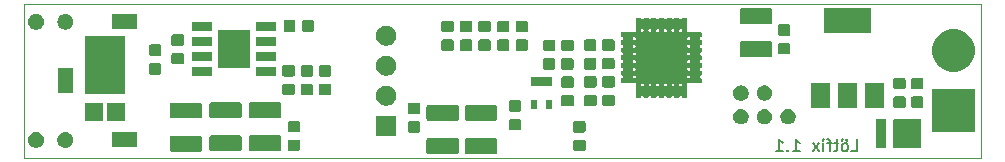
<source format=gbr>
G04 #@! TF.GenerationSoftware,KiCad,Pcbnew,(5.1.5-0-10_14)*
G04 #@! TF.CreationDate,2021-02-26T10:59:33+01:00*
G04 #@! TF.ProjectId,L_tfix,4cf67466-6978-42e6-9b69-6361645f7063,rev?*
G04 #@! TF.SameCoordinates,Original*
G04 #@! TF.FileFunction,Soldermask,Bot*
G04 #@! TF.FilePolarity,Negative*
%FSLAX46Y46*%
G04 Gerber Fmt 4.6, Leading zero omitted, Abs format (unit mm)*
G04 Created by KiCad (PCBNEW (5.1.5-0-10_14)) date 2021-02-26 10:59:33*
%MOMM*%
%LPD*%
G04 APERTURE LIST*
%ADD10C,0.200000*%
%ADD11C,0.050000*%
%ADD12C,0.150000*%
G04 APERTURE END LIST*
D10*
X91025971Y-32441180D02*
X91502161Y-32441180D01*
X91502161Y-31441180D01*
X90549780Y-32441180D02*
X90645019Y-32393561D01*
X90692638Y-32345942D01*
X90740257Y-32250704D01*
X90740257Y-31964990D01*
X90692638Y-31869752D01*
X90645019Y-31822133D01*
X90549780Y-31774514D01*
X90406923Y-31774514D01*
X90311685Y-31822133D01*
X90264066Y-31869752D01*
X90216447Y-31964990D01*
X90216447Y-32250704D01*
X90264066Y-32345942D01*
X90311685Y-32393561D01*
X90406923Y-32441180D01*
X90549780Y-32441180D01*
X90645019Y-31441180D02*
X90597400Y-31488800D01*
X90645019Y-31536419D01*
X90692638Y-31488800D01*
X90645019Y-31441180D01*
X90645019Y-31536419D01*
X90264066Y-31441180D02*
X90216447Y-31488800D01*
X90264066Y-31536419D01*
X90311685Y-31488800D01*
X90264066Y-31441180D01*
X90264066Y-31536419D01*
X89930733Y-31774514D02*
X89549780Y-31774514D01*
X89787876Y-31441180D02*
X89787876Y-32298323D01*
X89740257Y-32393561D01*
X89645019Y-32441180D01*
X89549780Y-32441180D01*
X89359304Y-31774514D02*
X88978352Y-31774514D01*
X89216447Y-32441180D02*
X89216447Y-31584038D01*
X89168828Y-31488800D01*
X89073590Y-31441180D01*
X88978352Y-31441180D01*
X88645019Y-32441180D02*
X88645019Y-31774514D01*
X88645019Y-31441180D02*
X88692638Y-31488800D01*
X88645019Y-31536419D01*
X88597400Y-31488800D01*
X88645019Y-31441180D01*
X88645019Y-31536419D01*
X88264066Y-32441180D02*
X87740257Y-31774514D01*
X88264066Y-31774514D02*
X87740257Y-32441180D01*
X86073590Y-32441180D02*
X86645019Y-32441180D01*
X86359304Y-32441180D02*
X86359304Y-31441180D01*
X86454542Y-31584038D01*
X86549780Y-31679276D01*
X86645019Y-31726895D01*
X85645019Y-32345942D02*
X85597400Y-32393561D01*
X85645019Y-32441180D01*
X85692638Y-32393561D01*
X85645019Y-32345942D01*
X85645019Y-32441180D01*
X84645019Y-32441180D02*
X85216447Y-32441180D01*
X84930733Y-32441180D02*
X84930733Y-31441180D01*
X85025971Y-31584038D01*
X85121209Y-31679276D01*
X85216447Y-31726895D01*
D11*
X21000000Y-30000000D02*
X21000000Y-33000000D01*
X21000000Y-23000000D02*
X21000000Y-30000000D01*
X21000000Y-20000000D02*
X21000000Y-23000000D01*
X102000000Y-20000000D02*
X21000000Y-20000000D01*
X102000000Y-20000000D02*
X102000000Y-33000000D01*
X21000000Y-33000000D02*
X102000000Y-33000000D01*
D12*
G36*
X60893404Y-31323147D02*
G01*
X60929944Y-31334232D01*
X60963621Y-31352233D01*
X60993141Y-31376459D01*
X61017367Y-31405979D01*
X61035368Y-31439656D01*
X61046453Y-31476196D01*
X61050800Y-31520338D01*
X61050800Y-32469262D01*
X61046453Y-32513404D01*
X61035368Y-32549944D01*
X61017367Y-32583621D01*
X60993141Y-32613141D01*
X60963621Y-32637367D01*
X60929944Y-32655368D01*
X60893404Y-32666453D01*
X60849262Y-32670800D01*
X58500338Y-32670800D01*
X58456196Y-32666453D01*
X58419656Y-32655368D01*
X58385979Y-32637367D01*
X58356459Y-32613141D01*
X58332233Y-32583621D01*
X58314232Y-32549944D01*
X58303147Y-32513404D01*
X58298800Y-32469262D01*
X58298800Y-31520338D01*
X58303147Y-31476196D01*
X58314232Y-31439656D01*
X58332233Y-31405979D01*
X58356459Y-31376459D01*
X58385979Y-31352233D01*
X58419656Y-31334232D01*
X58456196Y-31323147D01*
X58500338Y-31318800D01*
X60849262Y-31318800D01*
X60893404Y-31323147D01*
G37*
G36*
X57642204Y-31323147D02*
G01*
X57678744Y-31334232D01*
X57712421Y-31352233D01*
X57741941Y-31376459D01*
X57766167Y-31405979D01*
X57784168Y-31439656D01*
X57795253Y-31476196D01*
X57799600Y-31520338D01*
X57799600Y-32469262D01*
X57795253Y-32513404D01*
X57784168Y-32549944D01*
X57766167Y-32583621D01*
X57741941Y-32613141D01*
X57712421Y-32637367D01*
X57678744Y-32655368D01*
X57642204Y-32666453D01*
X57598062Y-32670800D01*
X55249138Y-32670800D01*
X55204996Y-32666453D01*
X55168456Y-32655368D01*
X55134779Y-32637367D01*
X55105259Y-32613141D01*
X55081033Y-32583621D01*
X55063032Y-32549944D01*
X55051947Y-32513404D01*
X55047600Y-32469262D01*
X55047600Y-31520338D01*
X55051947Y-31476196D01*
X55063032Y-31439656D01*
X55081033Y-31405979D01*
X55105259Y-31376459D01*
X55134779Y-31352233D01*
X55168456Y-31334232D01*
X55204996Y-31323147D01*
X55249138Y-31318800D01*
X57598062Y-31318800D01*
X57642204Y-31323147D01*
G37*
G36*
X35899804Y-31119947D02*
G01*
X35936344Y-31131032D01*
X35970021Y-31149033D01*
X35999541Y-31173259D01*
X36023767Y-31202779D01*
X36041768Y-31236456D01*
X36052853Y-31272996D01*
X36057200Y-31317138D01*
X36057200Y-32266062D01*
X36052853Y-32310204D01*
X36041768Y-32346744D01*
X36023767Y-32380421D01*
X35999541Y-32409941D01*
X35970021Y-32434167D01*
X35936344Y-32452168D01*
X35899804Y-32463253D01*
X35855662Y-32467600D01*
X33506738Y-32467600D01*
X33462596Y-32463253D01*
X33426056Y-32452168D01*
X33392379Y-32434167D01*
X33362859Y-32409941D01*
X33338633Y-32380421D01*
X33320632Y-32346744D01*
X33309547Y-32310204D01*
X33305200Y-32266062D01*
X33305200Y-31317138D01*
X33309547Y-31272996D01*
X33320632Y-31236456D01*
X33338633Y-31202779D01*
X33362859Y-31173259D01*
X33392379Y-31149033D01*
X33426056Y-31131032D01*
X33462596Y-31119947D01*
X33506738Y-31115600D01*
X35855662Y-31115600D01*
X35899804Y-31119947D01*
G37*
G36*
X42605404Y-31091547D02*
G01*
X42641944Y-31102632D01*
X42675621Y-31120633D01*
X42705141Y-31144859D01*
X42729367Y-31174379D01*
X42747368Y-31208056D01*
X42758453Y-31244596D01*
X42762800Y-31288738D01*
X42762800Y-32237662D01*
X42758453Y-32281804D01*
X42747368Y-32318344D01*
X42729367Y-32352021D01*
X42705141Y-32381541D01*
X42675621Y-32405767D01*
X42641944Y-32423768D01*
X42605404Y-32434853D01*
X42561262Y-32439200D01*
X40212338Y-32439200D01*
X40168196Y-32434853D01*
X40131656Y-32423768D01*
X40097979Y-32405767D01*
X40068459Y-32381541D01*
X40044233Y-32352021D01*
X40026232Y-32318344D01*
X40015147Y-32281804D01*
X40010800Y-32237662D01*
X40010800Y-31288738D01*
X40015147Y-31244596D01*
X40026232Y-31208056D01*
X40044233Y-31174379D01*
X40068459Y-31144859D01*
X40097979Y-31120633D01*
X40131656Y-31102632D01*
X40168196Y-31091547D01*
X40212338Y-31087200D01*
X42561262Y-31087200D01*
X42605404Y-31091547D01*
G37*
G36*
X39252604Y-31091547D02*
G01*
X39289144Y-31102632D01*
X39322821Y-31120633D01*
X39352341Y-31144859D01*
X39376567Y-31174379D01*
X39394568Y-31208056D01*
X39405653Y-31244596D01*
X39410000Y-31288738D01*
X39410000Y-32237662D01*
X39405653Y-32281804D01*
X39394568Y-32318344D01*
X39376567Y-32352021D01*
X39352341Y-32381541D01*
X39322821Y-32405767D01*
X39289144Y-32423768D01*
X39252604Y-32434853D01*
X39208462Y-32439200D01*
X36859538Y-32439200D01*
X36815396Y-32434853D01*
X36778856Y-32423768D01*
X36745179Y-32405767D01*
X36715659Y-32381541D01*
X36691433Y-32352021D01*
X36673432Y-32318344D01*
X36662347Y-32281804D01*
X36658000Y-32237662D01*
X36658000Y-31288738D01*
X36662347Y-31244596D01*
X36673432Y-31208056D01*
X36691433Y-31174379D01*
X36715659Y-31144859D01*
X36745179Y-31120633D01*
X36778856Y-31102632D01*
X36815396Y-31091547D01*
X36859538Y-31087200D01*
X39208462Y-31087200D01*
X39252604Y-31091547D01*
G37*
G36*
X68380511Y-31463845D02*
G01*
X68414489Y-31474153D01*
X68445810Y-31490894D01*
X68473259Y-31513421D01*
X68495786Y-31540870D01*
X68512527Y-31572191D01*
X68522835Y-31606169D01*
X68526920Y-31647650D01*
X68526920Y-32248870D01*
X68522835Y-32290351D01*
X68512527Y-32324329D01*
X68495786Y-32355650D01*
X68473259Y-32383099D01*
X68445810Y-32405626D01*
X68414489Y-32422367D01*
X68380511Y-32432675D01*
X68339030Y-32436760D01*
X67662810Y-32436760D01*
X67621329Y-32432675D01*
X67587351Y-32422367D01*
X67556030Y-32405626D01*
X67528581Y-32383099D01*
X67506054Y-32355650D01*
X67489313Y-32324329D01*
X67479005Y-32290351D01*
X67474920Y-32248870D01*
X67474920Y-31647650D01*
X67479005Y-31606169D01*
X67489313Y-31572191D01*
X67506054Y-31540870D01*
X67528581Y-31513421D01*
X67556030Y-31490894D01*
X67587351Y-31474153D01*
X67621329Y-31463845D01*
X67662810Y-31459760D01*
X68339030Y-31459760D01*
X68380511Y-31463845D01*
G37*
G36*
X44204791Y-31453585D02*
G01*
X44238769Y-31463893D01*
X44270090Y-31480634D01*
X44297539Y-31503161D01*
X44320066Y-31530610D01*
X44336807Y-31561931D01*
X44347115Y-31595909D01*
X44351200Y-31637390D01*
X44351200Y-32238610D01*
X44347115Y-32280091D01*
X44336807Y-32314069D01*
X44320066Y-32345390D01*
X44297539Y-32372839D01*
X44270090Y-32395366D01*
X44238769Y-32412107D01*
X44204791Y-32422415D01*
X44163310Y-32426500D01*
X43487090Y-32426500D01*
X43445609Y-32422415D01*
X43411631Y-32412107D01*
X43380310Y-32395366D01*
X43352861Y-32372839D01*
X43330334Y-32345390D01*
X43313593Y-32314069D01*
X43303285Y-32280091D01*
X43299200Y-32238610D01*
X43299200Y-31637390D01*
X43303285Y-31595909D01*
X43313593Y-31561931D01*
X43330334Y-31530610D01*
X43352861Y-31503161D01*
X43380310Y-31480634D01*
X43411631Y-31463893D01*
X43445609Y-31453585D01*
X43487090Y-31449500D01*
X44163310Y-31449500D01*
X44204791Y-31453585D01*
G37*
G36*
X96904999Y-29729737D02*
G01*
X96914608Y-29732652D01*
X96923472Y-29737390D01*
X96931237Y-29743763D01*
X96937610Y-29751528D01*
X96942348Y-29760392D01*
X96945263Y-29770001D01*
X96946852Y-29786140D01*
X96946852Y-30193860D01*
X96945263Y-30209999D01*
X96942348Y-30219608D01*
X96937608Y-30228475D01*
X96931675Y-30235705D01*
X96918062Y-30256079D01*
X96908685Y-30278719D01*
X96903906Y-30302752D01*
X96903906Y-30327256D01*
X96908688Y-30351289D01*
X96918066Y-30373928D01*
X96931675Y-30394295D01*
X96937608Y-30401525D01*
X96942348Y-30410392D01*
X96945263Y-30420001D01*
X96946852Y-30436140D01*
X96946852Y-30843860D01*
X96945263Y-30859999D01*
X96942348Y-30869608D01*
X96937608Y-30878475D01*
X96931675Y-30885705D01*
X96918062Y-30906079D01*
X96908685Y-30928719D01*
X96903906Y-30952752D01*
X96903906Y-30977256D01*
X96908688Y-31001289D01*
X96918066Y-31023928D01*
X96931675Y-31044295D01*
X96937608Y-31051525D01*
X96942348Y-31060392D01*
X96945263Y-31070001D01*
X96946852Y-31086140D01*
X96946852Y-31493860D01*
X96945263Y-31509999D01*
X96942348Y-31519608D01*
X96937608Y-31528475D01*
X96931675Y-31535705D01*
X96918062Y-31556079D01*
X96908685Y-31578719D01*
X96903906Y-31602752D01*
X96903906Y-31627256D01*
X96908688Y-31651289D01*
X96918066Y-31673928D01*
X96931675Y-31694295D01*
X96937608Y-31701525D01*
X96942348Y-31710392D01*
X96945263Y-31720001D01*
X96946852Y-31736140D01*
X96946852Y-32143860D01*
X96945263Y-32159999D01*
X96942348Y-32169608D01*
X96937610Y-32178472D01*
X96931237Y-32186237D01*
X96923472Y-32192610D01*
X96914608Y-32197348D01*
X96904999Y-32200263D01*
X96888860Y-32201852D01*
X94651140Y-32201852D01*
X94635001Y-32200263D01*
X94625392Y-32197348D01*
X94616528Y-32192610D01*
X94608763Y-32186237D01*
X94602390Y-32178472D01*
X94597652Y-32169608D01*
X94594737Y-32159999D01*
X94593148Y-32143860D01*
X94593148Y-29786140D01*
X94594737Y-29770001D01*
X94597652Y-29760392D01*
X94602390Y-29751528D01*
X94608763Y-29743763D01*
X94616528Y-29737390D01*
X94625392Y-29732652D01*
X94635001Y-29729737D01*
X94651140Y-29728148D01*
X96888860Y-29728148D01*
X96904999Y-29729737D01*
G37*
G36*
X93946000Y-32201000D02*
G01*
X93144000Y-32201000D01*
X93144000Y-29729000D01*
X93946000Y-29729000D01*
X93946000Y-32201000D01*
G37*
G36*
X24639149Y-30808099D02*
G01*
X24682782Y-30816778D01*
X24805806Y-30867736D01*
X24916525Y-30941716D01*
X25010684Y-31035875D01*
X25084664Y-31146594D01*
X25129203Y-31254122D01*
X25135622Y-31269619D01*
X25161600Y-31400218D01*
X25161600Y-31533382D01*
X25158046Y-31551247D01*
X25135622Y-31663982D01*
X25084664Y-31787006D01*
X25010684Y-31897725D01*
X24916525Y-31991884D01*
X24805806Y-32065864D01*
X24682782Y-32116822D01*
X24639248Y-32125481D01*
X24552182Y-32142800D01*
X24419018Y-32142800D01*
X24331952Y-32125481D01*
X24288418Y-32116822D01*
X24165394Y-32065864D01*
X24054675Y-31991884D01*
X23960516Y-31897725D01*
X23886536Y-31787006D01*
X23835578Y-31663982D01*
X23813154Y-31551247D01*
X23809600Y-31533382D01*
X23809600Y-31400218D01*
X23835578Y-31269619D01*
X23841997Y-31254122D01*
X23886536Y-31146594D01*
X23960516Y-31035875D01*
X24054675Y-30941716D01*
X24165394Y-30867736D01*
X24288418Y-30816778D01*
X24332051Y-30808099D01*
X24419018Y-30790800D01*
X24552182Y-30790800D01*
X24639149Y-30808099D01*
G37*
G36*
X22139149Y-30808099D02*
G01*
X22182782Y-30816778D01*
X22305806Y-30867736D01*
X22416525Y-30941716D01*
X22510684Y-31035875D01*
X22584664Y-31146594D01*
X22629203Y-31254122D01*
X22635622Y-31269619D01*
X22661600Y-31400218D01*
X22661600Y-31533382D01*
X22658046Y-31551247D01*
X22635622Y-31663982D01*
X22584664Y-31787006D01*
X22510684Y-31897725D01*
X22416525Y-31991884D01*
X22305806Y-32065864D01*
X22182782Y-32116822D01*
X22139248Y-32125481D01*
X22052182Y-32142800D01*
X21919018Y-32142800D01*
X21831952Y-32125481D01*
X21788418Y-32116822D01*
X21665394Y-32065864D01*
X21554675Y-31991884D01*
X21460516Y-31897725D01*
X21386536Y-31787006D01*
X21335578Y-31663982D01*
X21313154Y-31551247D01*
X21309600Y-31533382D01*
X21309600Y-31400218D01*
X21335578Y-31269619D01*
X21341997Y-31254122D01*
X21386536Y-31146594D01*
X21460516Y-31035875D01*
X21554675Y-30941716D01*
X21665394Y-30867736D01*
X21788418Y-30816778D01*
X21832051Y-30808099D01*
X21919018Y-30790800D01*
X22052182Y-30790800D01*
X22139149Y-30808099D01*
G37*
G36*
X30536600Y-32117800D02*
G01*
X28434600Y-32117800D01*
X28434600Y-30815800D01*
X30536600Y-30815800D01*
X30536600Y-32117800D01*
G37*
G36*
X52491000Y-31122760D02*
G01*
X50789000Y-31122760D01*
X50789000Y-29420760D01*
X52491000Y-29420760D01*
X52491000Y-31122760D01*
G37*
G36*
X54380031Y-29894125D02*
G01*
X54414009Y-29904433D01*
X54445330Y-29921174D01*
X54472779Y-29943701D01*
X54495306Y-29971150D01*
X54512047Y-30002471D01*
X54522355Y-30036449D01*
X54526440Y-30077930D01*
X54526440Y-30679150D01*
X54522355Y-30720631D01*
X54512047Y-30754609D01*
X54495306Y-30785930D01*
X54472779Y-30813379D01*
X54445330Y-30835906D01*
X54414009Y-30852647D01*
X54380031Y-30862955D01*
X54338550Y-30867040D01*
X53662330Y-30867040D01*
X53620849Y-30862955D01*
X53586871Y-30852647D01*
X53555550Y-30835906D01*
X53528101Y-30813379D01*
X53505574Y-30785930D01*
X53488833Y-30754609D01*
X53478525Y-30720631D01*
X53474440Y-30679150D01*
X53474440Y-30077930D01*
X53478525Y-30036449D01*
X53488833Y-30002471D01*
X53505574Y-29971150D01*
X53528101Y-29943701D01*
X53555550Y-29921174D01*
X53586871Y-29904433D01*
X53620849Y-29894125D01*
X53662330Y-29890040D01*
X54338550Y-29890040D01*
X54380031Y-29894125D01*
G37*
G36*
X68380511Y-29888845D02*
G01*
X68414489Y-29899153D01*
X68445810Y-29915894D01*
X68473259Y-29938421D01*
X68495786Y-29965870D01*
X68512527Y-29997191D01*
X68522835Y-30031169D01*
X68526920Y-30072650D01*
X68526920Y-30673870D01*
X68522835Y-30715351D01*
X68512527Y-30749329D01*
X68495786Y-30780650D01*
X68473259Y-30808099D01*
X68445810Y-30830626D01*
X68414489Y-30847367D01*
X68380511Y-30857675D01*
X68339030Y-30861760D01*
X67662810Y-30861760D01*
X67621329Y-30857675D01*
X67587351Y-30847367D01*
X67556030Y-30830626D01*
X67528581Y-30808099D01*
X67506054Y-30780650D01*
X67489313Y-30749329D01*
X67479005Y-30715351D01*
X67474920Y-30673870D01*
X67474920Y-30072650D01*
X67479005Y-30031169D01*
X67489313Y-29997191D01*
X67506054Y-29965870D01*
X67528581Y-29938421D01*
X67556030Y-29915894D01*
X67587351Y-29899153D01*
X67621329Y-29888845D01*
X67662810Y-29884760D01*
X68339030Y-29884760D01*
X68380511Y-29888845D01*
G37*
G36*
X44204791Y-29878585D02*
G01*
X44238769Y-29888893D01*
X44270090Y-29905634D01*
X44297539Y-29928161D01*
X44320066Y-29955610D01*
X44336807Y-29986931D01*
X44347115Y-30020909D01*
X44351200Y-30062390D01*
X44351200Y-30663610D01*
X44347115Y-30705091D01*
X44336807Y-30739069D01*
X44320066Y-30770390D01*
X44297539Y-30797839D01*
X44270090Y-30820366D01*
X44238769Y-30837107D01*
X44204791Y-30847415D01*
X44163310Y-30851500D01*
X43487090Y-30851500D01*
X43445609Y-30847415D01*
X43411631Y-30837107D01*
X43380310Y-30820366D01*
X43352861Y-30797839D01*
X43330334Y-30770390D01*
X43313593Y-30739069D01*
X43303285Y-30705091D01*
X43299200Y-30663610D01*
X43299200Y-30062390D01*
X43303285Y-30020909D01*
X43313593Y-29986931D01*
X43330334Y-29955610D01*
X43352861Y-29928161D01*
X43380310Y-29905634D01*
X43411631Y-29888893D01*
X43445609Y-29878585D01*
X43487090Y-29874500D01*
X44163310Y-29874500D01*
X44204791Y-29878585D01*
G37*
G36*
X101475780Y-30797740D02*
G01*
X97873660Y-30797740D01*
X97873660Y-27195620D01*
X101475780Y-27195620D01*
X101475780Y-30797740D01*
G37*
G36*
X62914431Y-29706165D02*
G01*
X62948409Y-29716473D01*
X62979730Y-29733214D01*
X63007179Y-29755741D01*
X63029706Y-29783190D01*
X63046447Y-29814511D01*
X63056755Y-29848489D01*
X63060840Y-29889970D01*
X63060840Y-30491190D01*
X63056755Y-30532671D01*
X63046447Y-30566649D01*
X63029706Y-30597970D01*
X63007179Y-30625419D01*
X62979730Y-30647946D01*
X62948409Y-30664687D01*
X62914431Y-30674995D01*
X62872950Y-30679080D01*
X62196730Y-30679080D01*
X62155249Y-30674995D01*
X62121271Y-30664687D01*
X62089950Y-30647946D01*
X62062501Y-30625419D01*
X62039974Y-30597970D01*
X62023233Y-30566649D01*
X62012925Y-30532671D01*
X62008840Y-30491190D01*
X62008840Y-29889970D01*
X62012925Y-29848489D01*
X62023233Y-29814511D01*
X62039974Y-29783190D01*
X62062501Y-29755741D01*
X62089950Y-29733214D01*
X62121271Y-29716473D01*
X62155249Y-29706165D01*
X62196730Y-29702080D01*
X62872950Y-29702080D01*
X62914431Y-29706165D01*
G37*
G36*
X85862610Y-28888097D02*
G01*
X85981084Y-28937171D01*
X86087708Y-29008415D01*
X86178385Y-29099092D01*
X86234777Y-29183488D01*
X86249630Y-29205718D01*
X86298703Y-29324190D01*
X86323720Y-29449961D01*
X86323720Y-29578199D01*
X86298703Y-29703970D01*
X86253483Y-29813141D01*
X86249629Y-29822444D01*
X86178385Y-29929068D01*
X86087708Y-30019745D01*
X85981084Y-30090989D01*
X85981083Y-30090990D01*
X85981082Y-30090990D01*
X85862610Y-30140063D01*
X85736839Y-30165080D01*
X85608601Y-30165080D01*
X85482830Y-30140063D01*
X85364358Y-30090990D01*
X85364357Y-30090990D01*
X85364356Y-30090989D01*
X85257732Y-30019745D01*
X85167055Y-29929068D01*
X85095811Y-29822444D01*
X85091958Y-29813141D01*
X85046737Y-29703970D01*
X85021720Y-29578199D01*
X85021720Y-29449961D01*
X85046737Y-29324190D01*
X85095810Y-29205718D01*
X85110664Y-29183488D01*
X85167055Y-29099092D01*
X85257732Y-29008415D01*
X85364356Y-28937171D01*
X85482830Y-28888097D01*
X85608601Y-28863080D01*
X85736839Y-28863080D01*
X85862610Y-28888097D01*
G37*
G36*
X83862610Y-28888097D02*
G01*
X83981084Y-28937171D01*
X84087708Y-29008415D01*
X84178385Y-29099092D01*
X84234777Y-29183488D01*
X84249630Y-29205718D01*
X84298703Y-29324190D01*
X84323720Y-29449961D01*
X84323720Y-29578199D01*
X84298703Y-29703970D01*
X84253483Y-29813141D01*
X84249629Y-29822444D01*
X84178385Y-29929068D01*
X84087708Y-30019745D01*
X83981084Y-30090989D01*
X83981083Y-30090990D01*
X83981082Y-30090990D01*
X83862610Y-30140063D01*
X83736839Y-30165080D01*
X83608601Y-30165080D01*
X83482830Y-30140063D01*
X83364358Y-30090990D01*
X83364357Y-30090990D01*
X83364356Y-30090989D01*
X83257732Y-30019745D01*
X83167055Y-29929068D01*
X83095811Y-29822444D01*
X83091958Y-29813141D01*
X83046737Y-29703970D01*
X83021720Y-29578199D01*
X83021720Y-29449961D01*
X83046737Y-29324190D01*
X83095810Y-29205718D01*
X83110664Y-29183488D01*
X83167055Y-29099092D01*
X83257732Y-29008415D01*
X83364356Y-28937171D01*
X83482830Y-28888097D01*
X83608601Y-28863080D01*
X83736839Y-28863080D01*
X83862610Y-28888097D01*
G37*
G36*
X81862610Y-28888097D02*
G01*
X81981084Y-28937171D01*
X82087708Y-29008415D01*
X82178385Y-29099092D01*
X82234777Y-29183488D01*
X82249630Y-29205718D01*
X82298703Y-29324190D01*
X82323720Y-29449961D01*
X82323720Y-29578199D01*
X82298703Y-29703970D01*
X82253483Y-29813141D01*
X82249629Y-29822444D01*
X82178385Y-29929068D01*
X82087708Y-30019745D01*
X81981084Y-30090989D01*
X81981083Y-30090990D01*
X81981082Y-30090990D01*
X81862610Y-30140063D01*
X81736839Y-30165080D01*
X81608601Y-30165080D01*
X81482830Y-30140063D01*
X81364358Y-30090990D01*
X81364357Y-30090990D01*
X81364356Y-30090989D01*
X81257732Y-30019745D01*
X81167055Y-29929068D01*
X81095811Y-29822444D01*
X81091958Y-29813141D01*
X81046737Y-29703970D01*
X81021720Y-29578199D01*
X81021720Y-29449961D01*
X81046737Y-29324190D01*
X81095810Y-29205718D01*
X81110664Y-29183488D01*
X81167055Y-29099092D01*
X81257732Y-29008415D01*
X81364356Y-28937171D01*
X81482830Y-28888097D01*
X81608601Y-28863080D01*
X81736839Y-28863080D01*
X81862610Y-28888097D01*
G37*
G36*
X27664400Y-29879000D02*
G01*
X26172400Y-29879000D01*
X26172400Y-28377000D01*
X27664400Y-28377000D01*
X27664400Y-29879000D01*
G37*
G36*
X29504400Y-29879000D02*
G01*
X28012400Y-29879000D01*
X28012400Y-28377000D01*
X29504400Y-28377000D01*
X29504400Y-29879000D01*
G37*
G36*
X57642204Y-28523147D02*
G01*
X57678744Y-28534232D01*
X57712421Y-28552233D01*
X57741941Y-28576459D01*
X57766167Y-28605979D01*
X57784168Y-28639656D01*
X57795253Y-28676196D01*
X57799600Y-28720338D01*
X57799600Y-29669262D01*
X57795253Y-29713404D01*
X57784168Y-29749944D01*
X57766167Y-29783621D01*
X57741941Y-29813141D01*
X57712421Y-29837367D01*
X57678744Y-29855368D01*
X57642204Y-29866453D01*
X57598062Y-29870800D01*
X55249138Y-29870800D01*
X55204996Y-29866453D01*
X55168456Y-29855368D01*
X55134779Y-29837367D01*
X55105259Y-29813141D01*
X55081033Y-29783621D01*
X55063032Y-29749944D01*
X55051947Y-29713404D01*
X55047600Y-29669262D01*
X55047600Y-28720338D01*
X55051947Y-28676196D01*
X55063032Y-28639656D01*
X55081033Y-28605979D01*
X55105259Y-28576459D01*
X55134779Y-28552233D01*
X55168456Y-28534232D01*
X55204996Y-28523147D01*
X55249138Y-28518800D01*
X57598062Y-28518800D01*
X57642204Y-28523147D01*
G37*
G36*
X60893404Y-28523147D02*
G01*
X60929944Y-28534232D01*
X60963621Y-28552233D01*
X60993141Y-28576459D01*
X61017367Y-28605979D01*
X61035368Y-28639656D01*
X61046453Y-28676196D01*
X61050800Y-28720338D01*
X61050800Y-29669262D01*
X61046453Y-29713404D01*
X61035368Y-29749944D01*
X61017367Y-29783621D01*
X60993141Y-29813141D01*
X60963621Y-29837367D01*
X60929944Y-29855368D01*
X60893404Y-29866453D01*
X60849262Y-29870800D01*
X58500338Y-29870800D01*
X58456196Y-29866453D01*
X58419656Y-29855368D01*
X58385979Y-29837367D01*
X58356459Y-29813141D01*
X58332233Y-29783621D01*
X58314232Y-29749944D01*
X58303147Y-29713404D01*
X58298800Y-29669262D01*
X58298800Y-28720338D01*
X58303147Y-28676196D01*
X58314232Y-28639656D01*
X58332233Y-28605979D01*
X58356459Y-28576459D01*
X58385979Y-28552233D01*
X58419656Y-28534232D01*
X58456196Y-28523147D01*
X58500338Y-28518800D01*
X60849262Y-28518800D01*
X60893404Y-28523147D01*
G37*
G36*
X35899804Y-28319947D02*
G01*
X35936344Y-28331032D01*
X35970021Y-28349033D01*
X35999541Y-28373259D01*
X36023767Y-28402779D01*
X36041768Y-28436456D01*
X36052853Y-28472996D01*
X36057200Y-28517138D01*
X36057200Y-29466062D01*
X36052853Y-29510204D01*
X36041768Y-29546744D01*
X36023767Y-29580421D01*
X35999541Y-29609941D01*
X35970021Y-29634167D01*
X35936344Y-29652168D01*
X35899804Y-29663253D01*
X35855662Y-29667600D01*
X33506738Y-29667600D01*
X33462596Y-29663253D01*
X33426056Y-29652168D01*
X33392379Y-29634167D01*
X33362859Y-29609941D01*
X33338633Y-29580421D01*
X33320632Y-29546744D01*
X33309547Y-29510204D01*
X33305200Y-29466062D01*
X33305200Y-28517138D01*
X33309547Y-28472996D01*
X33320632Y-28436456D01*
X33338633Y-28402779D01*
X33362859Y-28373259D01*
X33392379Y-28349033D01*
X33426056Y-28331032D01*
X33462596Y-28319947D01*
X33506738Y-28315600D01*
X35855662Y-28315600D01*
X35899804Y-28319947D01*
G37*
G36*
X39252604Y-28291547D02*
G01*
X39289144Y-28302632D01*
X39322821Y-28320633D01*
X39352341Y-28344859D01*
X39376567Y-28374379D01*
X39394568Y-28408056D01*
X39405653Y-28444596D01*
X39410000Y-28488738D01*
X39410000Y-29437662D01*
X39405653Y-29481804D01*
X39394568Y-29518344D01*
X39376567Y-29552021D01*
X39352341Y-29581541D01*
X39322821Y-29605767D01*
X39289144Y-29623768D01*
X39252604Y-29634853D01*
X39208462Y-29639200D01*
X36859538Y-29639200D01*
X36815396Y-29634853D01*
X36778856Y-29623768D01*
X36745179Y-29605767D01*
X36715659Y-29581541D01*
X36691433Y-29552021D01*
X36673432Y-29518344D01*
X36662347Y-29481804D01*
X36658000Y-29437662D01*
X36658000Y-28488738D01*
X36662347Y-28444596D01*
X36673432Y-28408056D01*
X36691433Y-28374379D01*
X36715659Y-28344859D01*
X36745179Y-28320633D01*
X36778856Y-28302632D01*
X36815396Y-28291547D01*
X36859538Y-28287200D01*
X39208462Y-28287200D01*
X39252604Y-28291547D01*
G37*
G36*
X42605404Y-28291547D02*
G01*
X42641944Y-28302632D01*
X42675621Y-28320633D01*
X42705141Y-28344859D01*
X42729367Y-28374379D01*
X42747368Y-28408056D01*
X42758453Y-28444596D01*
X42762800Y-28488738D01*
X42762800Y-29437662D01*
X42758453Y-29481804D01*
X42747368Y-29518344D01*
X42729367Y-29552021D01*
X42705141Y-29581541D01*
X42675621Y-29605767D01*
X42641944Y-29623768D01*
X42605404Y-29634853D01*
X42561262Y-29639200D01*
X40212338Y-29639200D01*
X40168196Y-29634853D01*
X40131656Y-29623768D01*
X40097979Y-29605767D01*
X40068459Y-29581541D01*
X40044233Y-29552021D01*
X40026232Y-29518344D01*
X40015147Y-29481804D01*
X40010800Y-29437662D01*
X40010800Y-28488738D01*
X40015147Y-28444596D01*
X40026232Y-28408056D01*
X40044233Y-28374379D01*
X40068459Y-28344859D01*
X40097979Y-28320633D01*
X40131656Y-28302632D01*
X40168196Y-28291547D01*
X40212338Y-28287200D01*
X42561262Y-28287200D01*
X42605404Y-28291547D01*
G37*
G36*
X54380031Y-28319125D02*
G01*
X54414009Y-28329433D01*
X54445330Y-28346174D01*
X54472779Y-28368701D01*
X54495306Y-28396150D01*
X54512047Y-28427471D01*
X54522355Y-28461449D01*
X54526440Y-28502930D01*
X54526440Y-29104150D01*
X54522355Y-29145631D01*
X54512047Y-29179609D01*
X54495306Y-29210930D01*
X54472779Y-29238379D01*
X54445330Y-29260906D01*
X54414009Y-29277647D01*
X54380031Y-29287955D01*
X54338550Y-29292040D01*
X53662330Y-29292040D01*
X53620849Y-29287955D01*
X53586871Y-29277647D01*
X53555550Y-29260906D01*
X53528101Y-29238379D01*
X53505574Y-29210930D01*
X53488833Y-29179609D01*
X53478525Y-29145631D01*
X53474440Y-29104150D01*
X53474440Y-28502930D01*
X53478525Y-28461449D01*
X53488833Y-28427471D01*
X53505574Y-28396150D01*
X53528101Y-28368701D01*
X53555550Y-28346174D01*
X53586871Y-28329433D01*
X53620849Y-28319125D01*
X53662330Y-28315040D01*
X54338550Y-28315040D01*
X54380031Y-28319125D01*
G37*
G36*
X62914431Y-28131165D02*
G01*
X62948409Y-28141473D01*
X62979730Y-28158214D01*
X63007179Y-28180741D01*
X63029706Y-28208190D01*
X63046447Y-28239511D01*
X63056755Y-28273489D01*
X63060840Y-28314970D01*
X63060840Y-28916190D01*
X63056755Y-28957671D01*
X63046447Y-28991649D01*
X63029706Y-29022970D01*
X63007179Y-29050419D01*
X62979730Y-29072946D01*
X62948409Y-29089687D01*
X62914431Y-29099995D01*
X62872950Y-29104080D01*
X62196730Y-29104080D01*
X62155249Y-29099995D01*
X62121271Y-29089687D01*
X62089950Y-29072946D01*
X62062501Y-29050419D01*
X62039974Y-29022970D01*
X62023233Y-28991649D01*
X62012925Y-28957671D01*
X62008840Y-28916190D01*
X62008840Y-28314970D01*
X62012925Y-28273489D01*
X62023233Y-28239511D01*
X62039974Y-28208190D01*
X62062501Y-28180741D01*
X62089950Y-28158214D01*
X62121271Y-28141473D01*
X62155249Y-28131165D01*
X62196730Y-28127080D01*
X62872950Y-28127080D01*
X62914431Y-28131165D01*
G37*
G36*
X65691360Y-28824080D02*
G01*
X65189360Y-28824080D01*
X65189360Y-28072080D01*
X65691360Y-28072080D01*
X65691360Y-28824080D01*
G37*
G36*
X64391360Y-28824080D02*
G01*
X63889360Y-28824080D01*
X63889360Y-28072080D01*
X64391360Y-28072080D01*
X64391360Y-28824080D01*
G37*
G36*
X96979591Y-27803085D02*
G01*
X97013569Y-27813393D01*
X97044890Y-27830134D01*
X97072339Y-27852661D01*
X97094866Y-27880110D01*
X97111607Y-27911431D01*
X97121915Y-27945409D01*
X97126000Y-27986890D01*
X97126000Y-28588110D01*
X97121915Y-28629591D01*
X97111607Y-28663569D01*
X97094866Y-28694890D01*
X97072339Y-28722339D01*
X97044890Y-28744866D01*
X97013569Y-28761607D01*
X96979591Y-28771915D01*
X96938110Y-28776000D01*
X96261890Y-28776000D01*
X96220409Y-28771915D01*
X96186431Y-28761607D01*
X96155110Y-28744866D01*
X96127661Y-28722339D01*
X96105134Y-28694890D01*
X96088393Y-28663569D01*
X96078085Y-28629591D01*
X96074000Y-28588110D01*
X96074000Y-27986890D01*
X96078085Y-27945409D01*
X96088393Y-27911431D01*
X96105134Y-27880110D01*
X96127661Y-27852661D01*
X96155110Y-27830134D01*
X96186431Y-27813393D01*
X96220409Y-27803085D01*
X96261890Y-27799000D01*
X96938110Y-27799000D01*
X96979591Y-27803085D01*
G37*
G36*
X95479591Y-27803085D02*
G01*
X95513569Y-27813393D01*
X95544890Y-27830134D01*
X95572339Y-27852661D01*
X95594866Y-27880110D01*
X95611607Y-27911431D01*
X95621915Y-27945409D01*
X95626000Y-27986890D01*
X95626000Y-28588110D01*
X95621915Y-28629591D01*
X95611607Y-28663569D01*
X95594866Y-28694890D01*
X95572339Y-28722339D01*
X95544890Y-28744866D01*
X95513569Y-28761607D01*
X95479591Y-28771915D01*
X95438110Y-28776000D01*
X94761890Y-28776000D01*
X94720409Y-28771915D01*
X94686431Y-28761607D01*
X94655110Y-28744866D01*
X94627661Y-28722339D01*
X94605134Y-28694890D01*
X94588393Y-28663569D01*
X94578085Y-28629591D01*
X94574000Y-28588110D01*
X94574000Y-27986890D01*
X94578085Y-27945409D01*
X94588393Y-27911431D01*
X94605134Y-27880110D01*
X94627661Y-27852661D01*
X94655110Y-27830134D01*
X94686431Y-27813393D01*
X94720409Y-27803085D01*
X94761890Y-27799000D01*
X95438110Y-27799000D01*
X95479591Y-27803085D01*
G37*
G36*
X91501000Y-28751000D02*
G01*
X89899000Y-28751000D01*
X89899000Y-26649000D01*
X91501000Y-26649000D01*
X91501000Y-28751000D01*
G37*
G36*
X93801000Y-28751000D02*
G01*
X92199000Y-28751000D01*
X92199000Y-26649000D01*
X93801000Y-26649000D01*
X93801000Y-28751000D01*
G37*
G36*
X89201000Y-28751000D02*
G01*
X87599000Y-28751000D01*
X87599000Y-26649000D01*
X89201000Y-26649000D01*
X89201000Y-28751000D01*
G37*
G36*
X67374671Y-27679245D02*
G01*
X67408649Y-27689553D01*
X67439970Y-27706294D01*
X67467419Y-27728821D01*
X67489946Y-27756270D01*
X67506687Y-27787591D01*
X67516995Y-27821569D01*
X67521080Y-27863050D01*
X67521080Y-28464270D01*
X67516995Y-28505751D01*
X67506687Y-28539729D01*
X67489946Y-28571050D01*
X67467419Y-28598499D01*
X67439970Y-28621026D01*
X67408649Y-28637767D01*
X67374671Y-28648075D01*
X67333190Y-28652160D01*
X66656970Y-28652160D01*
X66615489Y-28648075D01*
X66581511Y-28637767D01*
X66550190Y-28621026D01*
X66522741Y-28598499D01*
X66500214Y-28571050D01*
X66483473Y-28539729D01*
X66473165Y-28505751D01*
X66469080Y-28464270D01*
X66469080Y-27863050D01*
X66473165Y-27821569D01*
X66483473Y-27787591D01*
X66500214Y-27756270D01*
X66522741Y-27728821D01*
X66550190Y-27706294D01*
X66581511Y-27689553D01*
X66615489Y-27679245D01*
X66656970Y-27675160D01*
X67333190Y-27675160D01*
X67374671Y-27679245D01*
G37*
G36*
X70849391Y-27659025D02*
G01*
X70883369Y-27669333D01*
X70914690Y-27686074D01*
X70942139Y-27708601D01*
X70964666Y-27736050D01*
X70981407Y-27767371D01*
X70991715Y-27801349D01*
X70995800Y-27842830D01*
X70995800Y-28444050D01*
X70991715Y-28485531D01*
X70981407Y-28519509D01*
X70964666Y-28550830D01*
X70942139Y-28578279D01*
X70914690Y-28600806D01*
X70883369Y-28617547D01*
X70849391Y-28627855D01*
X70807910Y-28631940D01*
X70131690Y-28631940D01*
X70090209Y-28627855D01*
X70056231Y-28617547D01*
X70024910Y-28600806D01*
X69997461Y-28578279D01*
X69974934Y-28550830D01*
X69958193Y-28519509D01*
X69947885Y-28485531D01*
X69943800Y-28444050D01*
X69943800Y-27842830D01*
X69947885Y-27801349D01*
X69958193Y-27767371D01*
X69974934Y-27736050D01*
X69997461Y-27708601D01*
X70024910Y-27686074D01*
X70056231Y-27669333D01*
X70090209Y-27659025D01*
X70131690Y-27654940D01*
X70807910Y-27654940D01*
X70849391Y-27659025D01*
G37*
G36*
X69310151Y-27659025D02*
G01*
X69344129Y-27669333D01*
X69375450Y-27686074D01*
X69402899Y-27708601D01*
X69425426Y-27736050D01*
X69442167Y-27767371D01*
X69452475Y-27801349D01*
X69456560Y-27842830D01*
X69456560Y-28444050D01*
X69452475Y-28485531D01*
X69442167Y-28519509D01*
X69425426Y-28550830D01*
X69402899Y-28578279D01*
X69375450Y-28600806D01*
X69344129Y-28617547D01*
X69310151Y-28627855D01*
X69268670Y-28631940D01*
X68592450Y-28631940D01*
X68550969Y-28627855D01*
X68516991Y-28617547D01*
X68485670Y-28600806D01*
X68458221Y-28578279D01*
X68435694Y-28550830D01*
X68418953Y-28519509D01*
X68408645Y-28485531D01*
X68404560Y-28444050D01*
X68404560Y-27842830D01*
X68408645Y-27801349D01*
X68418953Y-27767371D01*
X68435694Y-27736050D01*
X68458221Y-27708601D01*
X68485670Y-27686074D01*
X68516991Y-27669333D01*
X68550969Y-27659025D01*
X68592450Y-27654940D01*
X69268670Y-27654940D01*
X69310151Y-27659025D01*
G37*
G36*
X51888228Y-26913463D02*
G01*
X52043100Y-26977613D01*
X52182481Y-27070745D01*
X52301015Y-27189279D01*
X52394147Y-27328660D01*
X52458297Y-27483532D01*
X52491000Y-27647944D01*
X52491000Y-27815576D01*
X52458297Y-27979988D01*
X52394147Y-28134860D01*
X52301015Y-28274241D01*
X52182481Y-28392775D01*
X52043100Y-28485907D01*
X51888228Y-28550057D01*
X51723816Y-28582760D01*
X51556184Y-28582760D01*
X51391772Y-28550057D01*
X51236900Y-28485907D01*
X51097519Y-28392775D01*
X50978985Y-28274241D01*
X50885853Y-28134860D01*
X50821703Y-27979988D01*
X50789000Y-27815576D01*
X50789000Y-27647944D01*
X50821703Y-27483532D01*
X50885853Y-27328660D01*
X50978985Y-27189279D01*
X51097519Y-27070745D01*
X51236900Y-26977613D01*
X51391772Y-26913463D01*
X51556184Y-26880760D01*
X51723816Y-26880760D01*
X51888228Y-26913463D01*
G37*
G36*
X81862610Y-26888097D02*
G01*
X81968502Y-26931959D01*
X81981084Y-26937171D01*
X82087708Y-27008415D01*
X82178385Y-27099092D01*
X82236861Y-27186607D01*
X82249630Y-27205718D01*
X82298703Y-27324190D01*
X82323720Y-27449961D01*
X82323720Y-27578199D01*
X82298703Y-27703970D01*
X82249992Y-27821569D01*
X82249629Y-27822444D01*
X82178385Y-27929068D01*
X82087708Y-28019745D01*
X81981084Y-28090989D01*
X81981083Y-28090990D01*
X81981082Y-28090990D01*
X81862610Y-28140063D01*
X81736839Y-28165080D01*
X81608601Y-28165080D01*
X81482830Y-28140063D01*
X81364358Y-28090990D01*
X81364357Y-28090990D01*
X81364356Y-28090989D01*
X81257732Y-28019745D01*
X81167055Y-27929068D01*
X81095811Y-27822444D01*
X81095449Y-27821569D01*
X81046737Y-27703970D01*
X81021720Y-27578199D01*
X81021720Y-27449961D01*
X81046737Y-27324190D01*
X81095810Y-27205718D01*
X81108580Y-27186607D01*
X81167055Y-27099092D01*
X81257732Y-27008415D01*
X81364356Y-26937171D01*
X81376939Y-26931959D01*
X81482830Y-26888097D01*
X81608601Y-26863080D01*
X81736839Y-26863080D01*
X81862610Y-26888097D01*
G37*
G36*
X83862610Y-26888097D02*
G01*
X83968502Y-26931959D01*
X83981084Y-26937171D01*
X84087708Y-27008415D01*
X84178385Y-27099092D01*
X84236861Y-27186607D01*
X84249630Y-27205718D01*
X84298703Y-27324190D01*
X84323720Y-27449961D01*
X84323720Y-27578199D01*
X84298703Y-27703970D01*
X84249992Y-27821569D01*
X84249629Y-27822444D01*
X84178385Y-27929068D01*
X84087708Y-28019745D01*
X83981084Y-28090989D01*
X83981083Y-28090990D01*
X83981082Y-28090990D01*
X83862610Y-28140063D01*
X83736839Y-28165080D01*
X83608601Y-28165080D01*
X83482830Y-28140063D01*
X83364358Y-28090990D01*
X83364357Y-28090990D01*
X83364356Y-28090989D01*
X83257732Y-28019745D01*
X83167055Y-27929068D01*
X83095811Y-27822444D01*
X83095449Y-27821569D01*
X83046737Y-27703970D01*
X83021720Y-27578199D01*
X83021720Y-27449961D01*
X83046737Y-27324190D01*
X83095810Y-27205718D01*
X83108580Y-27186607D01*
X83167055Y-27099092D01*
X83257732Y-27008415D01*
X83364356Y-26937171D01*
X83376939Y-26931959D01*
X83482830Y-26888097D01*
X83608601Y-26863080D01*
X83736839Y-26863080D01*
X83862610Y-26888097D01*
G37*
G36*
X73170655Y-21126603D02*
G01*
X73177670Y-21128731D01*
X73184136Y-21132188D01*
X73189802Y-21136838D01*
X73194452Y-21142504D01*
X73197909Y-21148970D01*
X73200037Y-21155985D01*
X73200963Y-21165389D01*
X73205743Y-21189422D01*
X73215121Y-21212061D01*
X73228734Y-21232435D01*
X73246061Y-21249762D01*
X73266436Y-21263376D01*
X73289075Y-21272754D01*
X73313108Y-21277534D01*
X73337612Y-21277534D01*
X73361645Y-21272754D01*
X73384284Y-21263376D01*
X73404658Y-21249763D01*
X73421985Y-21232436D01*
X73435599Y-21212061D01*
X73444977Y-21189422D01*
X73449757Y-21165389D01*
X73450683Y-21155985D01*
X73452811Y-21148970D01*
X73456268Y-21142504D01*
X73460918Y-21136838D01*
X73466584Y-21132188D01*
X73473050Y-21128731D01*
X73480065Y-21126603D01*
X73493500Y-21125280D01*
X73807220Y-21125280D01*
X73820655Y-21126603D01*
X73827670Y-21128731D01*
X73834136Y-21132188D01*
X73839802Y-21136838D01*
X73844452Y-21142504D01*
X73847909Y-21148970D01*
X73850037Y-21155985D01*
X73850963Y-21165389D01*
X73855743Y-21189422D01*
X73865121Y-21212061D01*
X73878734Y-21232435D01*
X73896061Y-21249762D01*
X73916436Y-21263376D01*
X73939075Y-21272754D01*
X73963108Y-21277534D01*
X73987612Y-21277534D01*
X74011645Y-21272754D01*
X74034284Y-21263376D01*
X74054658Y-21249763D01*
X74071985Y-21232436D01*
X74085599Y-21212061D01*
X74094977Y-21189422D01*
X74099757Y-21165389D01*
X74100683Y-21155985D01*
X74102811Y-21148970D01*
X74106268Y-21142504D01*
X74110918Y-21136838D01*
X74116584Y-21132188D01*
X74123050Y-21128731D01*
X74130065Y-21126603D01*
X74143500Y-21125280D01*
X74457220Y-21125280D01*
X74470655Y-21126603D01*
X74477670Y-21128731D01*
X74484136Y-21132188D01*
X74489802Y-21136838D01*
X74494452Y-21142504D01*
X74497909Y-21148970D01*
X74500037Y-21155985D01*
X74500963Y-21165389D01*
X74505743Y-21189422D01*
X74515121Y-21212061D01*
X74528734Y-21232435D01*
X74546061Y-21249762D01*
X74566436Y-21263376D01*
X74589075Y-21272754D01*
X74613108Y-21277534D01*
X74637612Y-21277534D01*
X74661645Y-21272754D01*
X74684284Y-21263376D01*
X74704658Y-21249763D01*
X74721985Y-21232436D01*
X74735599Y-21212061D01*
X74744977Y-21189422D01*
X74749757Y-21165389D01*
X74750683Y-21155985D01*
X74752811Y-21148970D01*
X74756268Y-21142504D01*
X74760918Y-21136838D01*
X74766584Y-21132188D01*
X74773050Y-21128731D01*
X74780065Y-21126603D01*
X74793500Y-21125280D01*
X75107220Y-21125280D01*
X75120655Y-21126603D01*
X75127670Y-21128731D01*
X75134136Y-21132188D01*
X75139802Y-21136838D01*
X75144452Y-21142504D01*
X75147909Y-21148970D01*
X75150037Y-21155985D01*
X75150963Y-21165389D01*
X75155743Y-21189422D01*
X75165121Y-21212061D01*
X75178734Y-21232435D01*
X75196061Y-21249762D01*
X75216436Y-21263376D01*
X75239075Y-21272754D01*
X75263108Y-21277534D01*
X75287612Y-21277534D01*
X75311645Y-21272754D01*
X75334284Y-21263376D01*
X75354658Y-21249763D01*
X75371985Y-21232436D01*
X75385599Y-21212061D01*
X75394977Y-21189422D01*
X75399757Y-21165389D01*
X75400683Y-21155985D01*
X75402811Y-21148970D01*
X75406268Y-21142504D01*
X75410918Y-21136838D01*
X75416584Y-21132188D01*
X75423050Y-21128731D01*
X75430065Y-21126603D01*
X75443500Y-21125280D01*
X75757220Y-21125280D01*
X75770655Y-21126603D01*
X75777670Y-21128731D01*
X75784136Y-21132188D01*
X75789802Y-21136838D01*
X75794452Y-21142504D01*
X75797909Y-21148970D01*
X75800037Y-21155985D01*
X75800963Y-21165389D01*
X75805743Y-21189422D01*
X75815121Y-21212061D01*
X75828734Y-21232435D01*
X75846061Y-21249762D01*
X75866436Y-21263376D01*
X75889075Y-21272754D01*
X75913108Y-21277534D01*
X75937612Y-21277534D01*
X75961645Y-21272754D01*
X75984284Y-21263376D01*
X76004658Y-21249763D01*
X76021985Y-21232436D01*
X76035599Y-21212061D01*
X76044977Y-21189422D01*
X76049757Y-21165389D01*
X76050683Y-21155985D01*
X76052811Y-21148970D01*
X76056268Y-21142504D01*
X76060918Y-21136838D01*
X76066584Y-21132188D01*
X76073050Y-21128731D01*
X76080065Y-21126603D01*
X76093500Y-21125280D01*
X76407220Y-21125280D01*
X76420655Y-21126603D01*
X76427670Y-21128731D01*
X76434136Y-21132188D01*
X76439802Y-21136838D01*
X76444452Y-21142504D01*
X76447909Y-21148970D01*
X76450037Y-21155985D01*
X76450963Y-21165389D01*
X76455743Y-21189422D01*
X76465121Y-21212061D01*
X76478734Y-21232435D01*
X76496061Y-21249762D01*
X76516436Y-21263376D01*
X76539075Y-21272754D01*
X76563108Y-21277534D01*
X76587612Y-21277534D01*
X76611645Y-21272754D01*
X76634284Y-21263376D01*
X76654658Y-21249763D01*
X76671985Y-21232436D01*
X76685599Y-21212061D01*
X76694977Y-21189422D01*
X76699757Y-21165389D01*
X76700683Y-21155985D01*
X76702811Y-21148970D01*
X76706268Y-21142504D01*
X76710918Y-21136838D01*
X76716584Y-21132188D01*
X76723050Y-21128731D01*
X76730065Y-21126603D01*
X76743500Y-21125280D01*
X77057220Y-21125280D01*
X77070655Y-21126603D01*
X77077670Y-21128731D01*
X77084136Y-21132188D01*
X77089802Y-21136838D01*
X77094452Y-21142504D01*
X77097909Y-21148970D01*
X77100037Y-21155985D01*
X77101360Y-21169420D01*
X77101360Y-22208140D01*
X77099909Y-22222878D01*
X77095637Y-22244354D01*
X77095637Y-22268858D01*
X77100418Y-22292892D01*
X77109795Y-22315530D01*
X77123409Y-22335905D01*
X77140736Y-22353232D01*
X77161110Y-22366845D01*
X77183749Y-22376223D01*
X77207782Y-22381003D01*
X77232286Y-22381003D01*
X77253762Y-22376731D01*
X77268500Y-22375280D01*
X78307220Y-22375280D01*
X78320655Y-22376603D01*
X78327670Y-22378731D01*
X78334136Y-22382188D01*
X78339802Y-22386838D01*
X78344452Y-22392504D01*
X78347909Y-22398970D01*
X78350037Y-22405985D01*
X78351360Y-22419420D01*
X78351360Y-22733140D01*
X78350037Y-22746575D01*
X78347909Y-22753590D01*
X78344452Y-22760056D01*
X78339802Y-22765722D01*
X78334136Y-22770372D01*
X78327670Y-22773829D01*
X78320655Y-22775957D01*
X78311251Y-22776883D01*
X78287218Y-22781663D01*
X78264579Y-22791041D01*
X78244205Y-22804654D01*
X78226878Y-22821981D01*
X78213264Y-22842356D01*
X78203886Y-22864995D01*
X78199106Y-22889028D01*
X78199106Y-22913532D01*
X78203886Y-22937565D01*
X78213264Y-22960204D01*
X78226877Y-22980578D01*
X78244204Y-22997905D01*
X78264579Y-23011519D01*
X78287218Y-23020897D01*
X78311251Y-23025677D01*
X78320655Y-23026603D01*
X78327670Y-23028731D01*
X78334136Y-23032188D01*
X78339802Y-23036838D01*
X78344452Y-23042504D01*
X78347909Y-23048970D01*
X78350037Y-23055985D01*
X78351360Y-23069420D01*
X78351360Y-23383140D01*
X78350037Y-23396575D01*
X78347909Y-23403590D01*
X78344452Y-23410056D01*
X78339802Y-23415722D01*
X78334136Y-23420372D01*
X78327670Y-23423829D01*
X78320655Y-23425957D01*
X78311251Y-23426883D01*
X78287218Y-23431663D01*
X78264579Y-23441041D01*
X78244205Y-23454654D01*
X78226878Y-23471981D01*
X78213264Y-23492356D01*
X78203886Y-23514995D01*
X78199106Y-23539028D01*
X78199106Y-23563532D01*
X78203886Y-23587565D01*
X78213264Y-23610204D01*
X78226877Y-23630578D01*
X78244204Y-23647905D01*
X78264579Y-23661519D01*
X78287218Y-23670897D01*
X78311251Y-23675677D01*
X78320655Y-23676603D01*
X78327670Y-23678731D01*
X78334136Y-23682188D01*
X78339802Y-23686838D01*
X78344452Y-23692504D01*
X78347909Y-23698970D01*
X78350037Y-23705985D01*
X78351360Y-23719420D01*
X78351360Y-24033140D01*
X78350037Y-24046575D01*
X78347909Y-24053590D01*
X78344452Y-24060056D01*
X78339802Y-24065722D01*
X78334136Y-24070372D01*
X78327670Y-24073829D01*
X78320655Y-24075957D01*
X78311251Y-24076883D01*
X78287218Y-24081663D01*
X78264579Y-24091041D01*
X78244205Y-24104654D01*
X78226878Y-24121981D01*
X78213264Y-24142356D01*
X78203886Y-24164995D01*
X78199106Y-24189028D01*
X78199106Y-24213532D01*
X78203886Y-24237565D01*
X78213264Y-24260204D01*
X78226877Y-24280578D01*
X78244204Y-24297905D01*
X78264579Y-24311519D01*
X78287218Y-24320897D01*
X78311251Y-24325677D01*
X78320655Y-24326603D01*
X78327670Y-24328731D01*
X78334136Y-24332188D01*
X78339802Y-24336838D01*
X78344452Y-24342504D01*
X78347909Y-24348970D01*
X78350037Y-24355985D01*
X78351360Y-24369420D01*
X78351360Y-24683140D01*
X78350037Y-24696575D01*
X78347909Y-24703590D01*
X78344452Y-24710056D01*
X78339802Y-24715722D01*
X78334136Y-24720372D01*
X78327670Y-24723829D01*
X78320655Y-24725957D01*
X78311251Y-24726883D01*
X78287218Y-24731663D01*
X78264579Y-24741041D01*
X78244205Y-24754654D01*
X78226878Y-24771981D01*
X78213264Y-24792356D01*
X78203886Y-24814995D01*
X78199106Y-24839028D01*
X78199106Y-24863532D01*
X78203886Y-24887565D01*
X78213264Y-24910204D01*
X78226877Y-24930578D01*
X78244204Y-24947905D01*
X78264579Y-24961519D01*
X78287218Y-24970897D01*
X78311251Y-24975677D01*
X78320655Y-24976603D01*
X78327670Y-24978731D01*
X78334136Y-24982188D01*
X78339802Y-24986838D01*
X78344452Y-24992504D01*
X78347909Y-24998970D01*
X78350037Y-25005985D01*
X78351360Y-25019420D01*
X78351360Y-25333140D01*
X78350037Y-25346575D01*
X78347909Y-25353590D01*
X78344452Y-25360056D01*
X78339802Y-25365722D01*
X78334136Y-25370372D01*
X78327670Y-25373829D01*
X78320655Y-25375957D01*
X78311251Y-25376883D01*
X78287218Y-25381663D01*
X78264579Y-25391041D01*
X78244205Y-25404654D01*
X78226878Y-25421981D01*
X78213264Y-25442356D01*
X78203886Y-25464995D01*
X78199106Y-25489028D01*
X78199106Y-25513532D01*
X78203886Y-25537565D01*
X78213264Y-25560204D01*
X78226877Y-25580578D01*
X78244204Y-25597905D01*
X78264579Y-25611519D01*
X78287218Y-25620897D01*
X78311251Y-25625677D01*
X78320655Y-25626603D01*
X78327670Y-25628731D01*
X78334136Y-25632188D01*
X78339802Y-25636838D01*
X78344452Y-25642504D01*
X78347909Y-25648970D01*
X78350037Y-25655985D01*
X78351360Y-25669420D01*
X78351360Y-25983140D01*
X78350037Y-25996575D01*
X78347909Y-26003590D01*
X78344452Y-26010056D01*
X78339802Y-26015722D01*
X78334136Y-26020372D01*
X78327670Y-26023829D01*
X78320655Y-26025957D01*
X78311251Y-26026883D01*
X78287218Y-26031663D01*
X78264579Y-26041041D01*
X78244205Y-26054654D01*
X78226878Y-26071981D01*
X78213264Y-26092356D01*
X78203886Y-26114995D01*
X78199106Y-26139028D01*
X78199106Y-26163532D01*
X78203886Y-26187565D01*
X78213264Y-26210204D01*
X78226877Y-26230578D01*
X78244204Y-26247905D01*
X78264579Y-26261519D01*
X78287218Y-26270897D01*
X78311251Y-26275677D01*
X78320655Y-26276603D01*
X78327670Y-26278731D01*
X78334136Y-26282188D01*
X78339802Y-26286838D01*
X78344452Y-26292504D01*
X78347909Y-26298970D01*
X78350037Y-26305985D01*
X78351360Y-26319420D01*
X78351360Y-26633140D01*
X78350037Y-26646575D01*
X78347909Y-26653590D01*
X78344452Y-26660056D01*
X78339802Y-26665722D01*
X78334136Y-26670372D01*
X78327670Y-26673829D01*
X78320655Y-26675957D01*
X78307220Y-26677280D01*
X77268500Y-26677280D01*
X77253762Y-26675829D01*
X77232286Y-26671557D01*
X77207782Y-26671557D01*
X77183748Y-26676338D01*
X77161110Y-26685715D01*
X77140735Y-26699329D01*
X77123408Y-26716656D01*
X77109795Y-26737030D01*
X77100417Y-26759669D01*
X77095637Y-26783702D01*
X77095637Y-26808206D01*
X77099909Y-26829682D01*
X77101360Y-26844420D01*
X77101360Y-27883140D01*
X77100037Y-27896575D01*
X77097909Y-27903590D01*
X77094452Y-27910056D01*
X77089802Y-27915722D01*
X77084136Y-27920372D01*
X77077670Y-27923829D01*
X77070655Y-27925957D01*
X77057220Y-27927280D01*
X76743500Y-27927280D01*
X76730065Y-27925957D01*
X76723050Y-27923829D01*
X76716584Y-27920372D01*
X76710918Y-27915722D01*
X76706268Y-27910056D01*
X76702811Y-27903590D01*
X76700683Y-27896575D01*
X76699757Y-27887171D01*
X76694977Y-27863138D01*
X76685599Y-27840499D01*
X76671986Y-27820125D01*
X76654659Y-27802798D01*
X76634284Y-27789184D01*
X76611645Y-27779806D01*
X76587612Y-27775026D01*
X76563108Y-27775026D01*
X76539075Y-27779806D01*
X76516436Y-27789184D01*
X76496062Y-27802797D01*
X76478735Y-27820124D01*
X76465121Y-27840499D01*
X76455743Y-27863138D01*
X76450963Y-27887171D01*
X76450037Y-27896575D01*
X76447909Y-27903590D01*
X76444452Y-27910056D01*
X76439802Y-27915722D01*
X76434136Y-27920372D01*
X76427670Y-27923829D01*
X76420655Y-27925957D01*
X76407220Y-27927280D01*
X76093500Y-27927280D01*
X76080065Y-27925957D01*
X76073050Y-27923829D01*
X76066584Y-27920372D01*
X76060918Y-27915722D01*
X76056268Y-27910056D01*
X76052811Y-27903590D01*
X76050683Y-27896575D01*
X76049757Y-27887171D01*
X76044977Y-27863138D01*
X76035599Y-27840499D01*
X76021986Y-27820125D01*
X76004659Y-27802798D01*
X75984284Y-27789184D01*
X75961645Y-27779806D01*
X75937612Y-27775026D01*
X75913108Y-27775026D01*
X75889075Y-27779806D01*
X75866436Y-27789184D01*
X75846062Y-27802797D01*
X75828735Y-27820124D01*
X75815121Y-27840499D01*
X75805743Y-27863138D01*
X75800963Y-27887171D01*
X75800037Y-27896575D01*
X75797909Y-27903590D01*
X75794452Y-27910056D01*
X75789802Y-27915722D01*
X75784136Y-27920372D01*
X75777670Y-27923829D01*
X75770655Y-27925957D01*
X75757220Y-27927280D01*
X75443500Y-27927280D01*
X75430065Y-27925957D01*
X75423050Y-27923829D01*
X75416584Y-27920372D01*
X75410918Y-27915722D01*
X75406268Y-27910056D01*
X75402811Y-27903590D01*
X75400683Y-27896575D01*
X75399757Y-27887171D01*
X75394977Y-27863138D01*
X75385599Y-27840499D01*
X75371986Y-27820125D01*
X75354659Y-27802798D01*
X75334284Y-27789184D01*
X75311645Y-27779806D01*
X75287612Y-27775026D01*
X75263108Y-27775026D01*
X75239075Y-27779806D01*
X75216436Y-27789184D01*
X75196062Y-27802797D01*
X75178735Y-27820124D01*
X75165121Y-27840499D01*
X75155743Y-27863138D01*
X75150963Y-27887171D01*
X75150037Y-27896575D01*
X75147909Y-27903590D01*
X75144452Y-27910056D01*
X75139802Y-27915722D01*
X75134136Y-27920372D01*
X75127670Y-27923829D01*
X75120655Y-27925957D01*
X75107220Y-27927280D01*
X74793500Y-27927280D01*
X74780065Y-27925957D01*
X74773050Y-27923829D01*
X74766584Y-27920372D01*
X74760918Y-27915722D01*
X74756268Y-27910056D01*
X74752811Y-27903590D01*
X74750683Y-27896575D01*
X74749757Y-27887171D01*
X74744977Y-27863138D01*
X74735599Y-27840499D01*
X74721986Y-27820125D01*
X74704659Y-27802798D01*
X74684284Y-27789184D01*
X74661645Y-27779806D01*
X74637612Y-27775026D01*
X74613108Y-27775026D01*
X74589075Y-27779806D01*
X74566436Y-27789184D01*
X74546062Y-27802797D01*
X74528735Y-27820124D01*
X74515121Y-27840499D01*
X74505743Y-27863138D01*
X74500963Y-27887171D01*
X74500037Y-27896575D01*
X74497909Y-27903590D01*
X74494452Y-27910056D01*
X74489802Y-27915722D01*
X74484136Y-27920372D01*
X74477670Y-27923829D01*
X74470655Y-27925957D01*
X74457220Y-27927280D01*
X74143500Y-27927280D01*
X74130065Y-27925957D01*
X74123050Y-27923829D01*
X74116584Y-27920372D01*
X74110918Y-27915722D01*
X74106268Y-27910056D01*
X74102811Y-27903590D01*
X74100683Y-27896575D01*
X74099757Y-27887171D01*
X74094977Y-27863138D01*
X74085599Y-27840499D01*
X74071986Y-27820125D01*
X74054659Y-27802798D01*
X74034284Y-27789184D01*
X74011645Y-27779806D01*
X73987612Y-27775026D01*
X73963108Y-27775026D01*
X73939075Y-27779806D01*
X73916436Y-27789184D01*
X73896062Y-27802797D01*
X73878735Y-27820124D01*
X73865121Y-27840499D01*
X73855743Y-27863138D01*
X73850963Y-27887171D01*
X73850037Y-27896575D01*
X73847909Y-27903590D01*
X73844452Y-27910056D01*
X73839802Y-27915722D01*
X73834136Y-27920372D01*
X73827670Y-27923829D01*
X73820655Y-27925957D01*
X73807220Y-27927280D01*
X73493500Y-27927280D01*
X73480065Y-27925957D01*
X73473050Y-27923829D01*
X73466584Y-27920372D01*
X73460918Y-27915722D01*
X73456268Y-27910056D01*
X73452811Y-27903590D01*
X73450683Y-27896575D01*
X73449757Y-27887171D01*
X73444977Y-27863138D01*
X73435599Y-27840499D01*
X73421986Y-27820125D01*
X73404659Y-27802798D01*
X73384284Y-27789184D01*
X73361645Y-27779806D01*
X73337612Y-27775026D01*
X73313108Y-27775026D01*
X73289075Y-27779806D01*
X73266436Y-27789184D01*
X73246062Y-27802797D01*
X73228735Y-27820124D01*
X73215121Y-27840499D01*
X73205743Y-27863138D01*
X73200963Y-27887171D01*
X73200037Y-27896575D01*
X73197909Y-27903590D01*
X73194452Y-27910056D01*
X73189802Y-27915722D01*
X73184136Y-27920372D01*
X73177670Y-27923829D01*
X73170655Y-27925957D01*
X73157220Y-27927280D01*
X72843500Y-27927280D01*
X72830065Y-27925957D01*
X72823050Y-27923829D01*
X72816584Y-27920372D01*
X72810918Y-27915722D01*
X72806268Y-27910056D01*
X72802811Y-27903590D01*
X72800683Y-27896575D01*
X72799360Y-27883140D01*
X72799360Y-26844420D01*
X72799848Y-26839458D01*
X73200872Y-26839458D01*
X73200956Y-26840316D01*
X73205722Y-26864352D01*
X73215086Y-26886997D01*
X73228688Y-26907379D01*
X73246005Y-26924716D01*
X73266372Y-26938342D01*
X73289005Y-26947732D01*
X73313035Y-26952527D01*
X73337539Y-26952541D01*
X73361575Y-26947775D01*
X73384220Y-26938411D01*
X73404602Y-26924809D01*
X73421939Y-26907492D01*
X73435565Y-26887125D01*
X73444955Y-26864492D01*
X73449764Y-26840316D01*
X73449848Y-26839458D01*
X73850872Y-26839458D01*
X73850956Y-26840316D01*
X73855722Y-26864352D01*
X73865086Y-26886997D01*
X73878688Y-26907379D01*
X73896005Y-26924716D01*
X73916372Y-26938342D01*
X73939005Y-26947732D01*
X73963035Y-26952527D01*
X73987539Y-26952541D01*
X74011575Y-26947775D01*
X74034220Y-26938411D01*
X74054602Y-26924809D01*
X74071939Y-26907492D01*
X74085565Y-26887125D01*
X74094955Y-26864492D01*
X74099764Y-26840316D01*
X74099848Y-26839458D01*
X74500872Y-26839458D01*
X74500956Y-26840316D01*
X74505722Y-26864352D01*
X74515086Y-26886997D01*
X74528688Y-26907379D01*
X74546005Y-26924716D01*
X74566372Y-26938342D01*
X74589005Y-26947732D01*
X74613035Y-26952527D01*
X74637539Y-26952541D01*
X74661575Y-26947775D01*
X74684220Y-26938411D01*
X74704602Y-26924809D01*
X74721939Y-26907492D01*
X74735565Y-26887125D01*
X74744955Y-26864492D01*
X74749764Y-26840316D01*
X74749848Y-26839458D01*
X75150872Y-26839458D01*
X75150956Y-26840316D01*
X75155722Y-26864352D01*
X75165086Y-26886997D01*
X75178688Y-26907379D01*
X75196005Y-26924716D01*
X75216372Y-26938342D01*
X75239005Y-26947732D01*
X75263035Y-26952527D01*
X75287539Y-26952541D01*
X75311575Y-26947775D01*
X75334220Y-26938411D01*
X75354602Y-26924809D01*
X75371939Y-26907492D01*
X75385565Y-26887125D01*
X75394955Y-26864492D01*
X75399764Y-26840316D01*
X75399848Y-26839458D01*
X75800872Y-26839458D01*
X75800956Y-26840316D01*
X75805722Y-26864352D01*
X75815086Y-26886997D01*
X75828688Y-26907379D01*
X75846005Y-26924716D01*
X75866372Y-26938342D01*
X75889005Y-26947732D01*
X75913035Y-26952527D01*
X75937539Y-26952541D01*
X75961575Y-26947775D01*
X75984220Y-26938411D01*
X76004602Y-26924809D01*
X76021939Y-26907492D01*
X76035565Y-26887125D01*
X76044955Y-26864492D01*
X76049764Y-26840316D01*
X76049848Y-26839458D01*
X76450872Y-26839458D01*
X76450956Y-26840316D01*
X76455722Y-26864352D01*
X76465086Y-26886997D01*
X76478688Y-26907379D01*
X76496005Y-26924716D01*
X76516372Y-26938342D01*
X76539005Y-26947732D01*
X76563035Y-26952527D01*
X76587539Y-26952541D01*
X76611575Y-26947775D01*
X76634220Y-26938411D01*
X76654602Y-26924809D01*
X76671939Y-26907492D01*
X76685565Y-26887125D01*
X76694955Y-26864492D01*
X76699764Y-26840316D01*
X76699848Y-26839458D01*
X76699834Y-26814954D01*
X76695039Y-26790924D01*
X76685649Y-26768291D01*
X76672023Y-26747924D01*
X76654686Y-26730607D01*
X76634304Y-26717005D01*
X76611659Y-26707641D01*
X76575444Y-26702280D01*
X76575276Y-26702280D01*
X76550890Y-26704682D01*
X76527441Y-26711795D01*
X76505830Y-26723346D01*
X76486888Y-26738891D01*
X76471343Y-26757833D01*
X76459792Y-26779444D01*
X76452679Y-26802893D01*
X76450872Y-26839458D01*
X76049848Y-26839458D01*
X76049834Y-26814954D01*
X76045039Y-26790924D01*
X76035649Y-26768291D01*
X76022023Y-26747924D01*
X76004686Y-26730607D01*
X75984304Y-26717005D01*
X75961659Y-26707641D01*
X75925444Y-26702280D01*
X75925276Y-26702280D01*
X75900890Y-26704682D01*
X75877441Y-26711795D01*
X75855830Y-26723346D01*
X75836888Y-26738891D01*
X75821343Y-26757833D01*
X75809792Y-26779444D01*
X75802679Y-26802893D01*
X75800872Y-26839458D01*
X75399848Y-26839458D01*
X75399834Y-26814954D01*
X75395039Y-26790924D01*
X75385649Y-26768291D01*
X75372023Y-26747924D01*
X75354686Y-26730607D01*
X75334304Y-26717005D01*
X75311659Y-26707641D01*
X75275444Y-26702280D01*
X75275276Y-26702280D01*
X75250890Y-26704682D01*
X75227441Y-26711795D01*
X75205830Y-26723346D01*
X75186888Y-26738891D01*
X75171343Y-26757833D01*
X75159792Y-26779444D01*
X75152679Y-26802893D01*
X75150872Y-26839458D01*
X74749848Y-26839458D01*
X74749834Y-26814954D01*
X74745039Y-26790924D01*
X74735649Y-26768291D01*
X74722023Y-26747924D01*
X74704686Y-26730607D01*
X74684304Y-26717005D01*
X74661659Y-26707641D01*
X74625444Y-26702280D01*
X74625276Y-26702280D01*
X74600890Y-26704682D01*
X74577441Y-26711795D01*
X74555830Y-26723346D01*
X74536888Y-26738891D01*
X74521343Y-26757833D01*
X74509792Y-26779444D01*
X74502679Y-26802893D01*
X74500872Y-26839458D01*
X74099848Y-26839458D01*
X74099834Y-26814954D01*
X74095039Y-26790924D01*
X74085649Y-26768291D01*
X74072023Y-26747924D01*
X74054686Y-26730607D01*
X74034304Y-26717005D01*
X74011659Y-26707641D01*
X73975444Y-26702280D01*
X73975276Y-26702280D01*
X73950890Y-26704682D01*
X73927441Y-26711795D01*
X73905830Y-26723346D01*
X73886888Y-26738891D01*
X73871343Y-26757833D01*
X73859792Y-26779444D01*
X73852679Y-26802893D01*
X73850872Y-26839458D01*
X73449848Y-26839458D01*
X73449834Y-26814954D01*
X73445039Y-26790924D01*
X73435649Y-26768291D01*
X73422023Y-26747924D01*
X73404686Y-26730607D01*
X73384304Y-26717005D01*
X73361659Y-26707641D01*
X73325444Y-26702280D01*
X73325276Y-26702280D01*
X73300890Y-26704682D01*
X73277441Y-26711795D01*
X73255830Y-26723346D01*
X73236888Y-26738891D01*
X73221343Y-26757833D01*
X73209792Y-26779444D01*
X73202679Y-26802893D01*
X73200872Y-26839458D01*
X72799848Y-26839458D01*
X72800811Y-26829682D01*
X72805083Y-26808206D01*
X72805083Y-26783702D01*
X72800302Y-26759668D01*
X72790925Y-26737030D01*
X72777311Y-26716655D01*
X72759984Y-26699328D01*
X72739610Y-26685715D01*
X72716971Y-26676337D01*
X72692938Y-26671557D01*
X72668434Y-26671557D01*
X72646958Y-26675829D01*
X72632220Y-26677280D01*
X71593500Y-26677280D01*
X71580065Y-26675957D01*
X71573050Y-26673829D01*
X71566584Y-26670372D01*
X71560918Y-26665722D01*
X71556268Y-26660056D01*
X71552811Y-26653590D01*
X71550683Y-26646575D01*
X71549360Y-26633140D01*
X71549360Y-26319420D01*
X71550683Y-26305985D01*
X71552811Y-26298970D01*
X71556268Y-26292504D01*
X71560918Y-26286838D01*
X71566584Y-26282188D01*
X71573050Y-26278731D01*
X71580065Y-26276603D01*
X71589469Y-26275677D01*
X71613502Y-26270897D01*
X71636141Y-26261519D01*
X71656515Y-26247906D01*
X71673842Y-26230579D01*
X71687456Y-26210204D01*
X71696834Y-26187565D01*
X71701614Y-26163532D01*
X71701614Y-26163459D01*
X72524099Y-26163459D01*
X72528865Y-26187495D01*
X72538229Y-26210140D01*
X72551831Y-26230522D01*
X72569148Y-26247859D01*
X72589515Y-26261485D01*
X72612148Y-26270875D01*
X72636324Y-26275684D01*
X72637182Y-26275768D01*
X72661686Y-26275754D01*
X72685716Y-26270959D01*
X72708349Y-26261569D01*
X72728716Y-26247943D01*
X72746033Y-26230606D01*
X72759635Y-26210224D01*
X72768999Y-26187579D01*
X72774360Y-26151364D01*
X72774360Y-26151196D01*
X77126360Y-26151196D01*
X77126360Y-26151364D01*
X77128762Y-26175750D01*
X77135875Y-26199199D01*
X77147426Y-26220810D01*
X77162971Y-26239752D01*
X77181913Y-26255297D01*
X77203524Y-26266848D01*
X77226973Y-26273961D01*
X77263538Y-26275768D01*
X77264396Y-26275684D01*
X77288432Y-26270918D01*
X77311077Y-26261554D01*
X77331459Y-26247952D01*
X77348796Y-26230635D01*
X77362422Y-26210268D01*
X77371812Y-26187635D01*
X77376607Y-26163605D01*
X77376621Y-26139101D01*
X77371855Y-26115065D01*
X77362491Y-26092420D01*
X77348889Y-26072038D01*
X77331572Y-26054701D01*
X77311205Y-26041075D01*
X77288572Y-26031685D01*
X77264396Y-26026876D01*
X77263538Y-26026792D01*
X77239034Y-26026806D01*
X77215004Y-26031601D01*
X77192371Y-26040991D01*
X77172004Y-26054617D01*
X77154687Y-26071954D01*
X77141085Y-26092336D01*
X77131721Y-26114981D01*
X77126360Y-26151196D01*
X72774360Y-26151196D01*
X72771958Y-26126810D01*
X72764845Y-26103361D01*
X72753294Y-26081750D01*
X72737749Y-26062808D01*
X72718807Y-26047263D01*
X72697196Y-26035712D01*
X72673747Y-26028599D01*
X72637182Y-26026792D01*
X72636324Y-26026876D01*
X72612288Y-26031642D01*
X72589643Y-26041006D01*
X72569261Y-26054608D01*
X72551924Y-26071925D01*
X72538298Y-26092292D01*
X72528908Y-26114925D01*
X72524113Y-26138955D01*
X72524099Y-26163459D01*
X71701614Y-26163459D01*
X71701614Y-26139028D01*
X71696834Y-26114995D01*
X71687456Y-26092356D01*
X71673843Y-26071982D01*
X71656516Y-26054655D01*
X71636141Y-26041041D01*
X71613502Y-26031663D01*
X71589469Y-26026883D01*
X71580065Y-26025957D01*
X71573050Y-26023829D01*
X71566584Y-26020372D01*
X71560918Y-26015722D01*
X71556268Y-26010056D01*
X71552811Y-26003590D01*
X71550683Y-25996575D01*
X71549360Y-25983140D01*
X71549360Y-25669420D01*
X71550683Y-25655985D01*
X71552811Y-25648970D01*
X71556268Y-25642504D01*
X71560918Y-25636838D01*
X71566584Y-25632188D01*
X71573050Y-25628731D01*
X71580065Y-25626603D01*
X71589469Y-25625677D01*
X71613502Y-25620897D01*
X71636141Y-25611519D01*
X71656515Y-25597906D01*
X71673842Y-25580579D01*
X71687456Y-25560204D01*
X71696834Y-25537565D01*
X71701614Y-25513532D01*
X71701614Y-25513459D01*
X72524099Y-25513459D01*
X72528865Y-25537495D01*
X72538229Y-25560140D01*
X72551831Y-25580522D01*
X72569148Y-25597859D01*
X72589515Y-25611485D01*
X72612148Y-25620875D01*
X72636324Y-25625684D01*
X72637182Y-25625768D01*
X72661686Y-25625754D01*
X72685716Y-25620959D01*
X72708349Y-25611569D01*
X72728716Y-25597943D01*
X72746033Y-25580606D01*
X72759635Y-25560224D01*
X72768999Y-25537579D01*
X72774360Y-25501364D01*
X72774360Y-25501196D01*
X77126360Y-25501196D01*
X77126360Y-25501364D01*
X77128762Y-25525750D01*
X77135875Y-25549199D01*
X77147426Y-25570810D01*
X77162971Y-25589752D01*
X77181913Y-25605297D01*
X77203524Y-25616848D01*
X77226973Y-25623961D01*
X77263538Y-25625768D01*
X77264396Y-25625684D01*
X77288432Y-25620918D01*
X77311077Y-25611554D01*
X77331459Y-25597952D01*
X77348796Y-25580635D01*
X77362422Y-25560268D01*
X77371812Y-25537635D01*
X77376607Y-25513605D01*
X77376621Y-25489101D01*
X77371855Y-25465065D01*
X77362491Y-25442420D01*
X77348889Y-25422038D01*
X77331572Y-25404701D01*
X77311205Y-25391075D01*
X77288572Y-25381685D01*
X77264396Y-25376876D01*
X77263538Y-25376792D01*
X77239034Y-25376806D01*
X77215004Y-25381601D01*
X77192371Y-25390991D01*
X77172004Y-25404617D01*
X77154687Y-25421954D01*
X77141085Y-25442336D01*
X77131721Y-25464981D01*
X77126360Y-25501196D01*
X72774360Y-25501196D01*
X72771958Y-25476810D01*
X72764845Y-25453361D01*
X72753294Y-25431750D01*
X72737749Y-25412808D01*
X72718807Y-25397263D01*
X72697196Y-25385712D01*
X72673747Y-25378599D01*
X72637182Y-25376792D01*
X72636324Y-25376876D01*
X72612288Y-25381642D01*
X72589643Y-25391006D01*
X72569261Y-25404608D01*
X72551924Y-25421925D01*
X72538298Y-25442292D01*
X72528908Y-25464925D01*
X72524113Y-25488955D01*
X72524099Y-25513459D01*
X71701614Y-25513459D01*
X71701614Y-25489028D01*
X71696834Y-25464995D01*
X71687456Y-25442356D01*
X71673843Y-25421982D01*
X71656516Y-25404655D01*
X71636141Y-25391041D01*
X71613502Y-25381663D01*
X71589469Y-25376883D01*
X71580065Y-25375957D01*
X71573050Y-25373829D01*
X71566584Y-25370372D01*
X71560918Y-25365722D01*
X71556268Y-25360056D01*
X71552811Y-25353590D01*
X71550683Y-25346575D01*
X71549360Y-25333140D01*
X71549360Y-25019420D01*
X71550683Y-25005985D01*
X71552811Y-24998970D01*
X71556268Y-24992504D01*
X71560918Y-24986838D01*
X71566584Y-24982188D01*
X71573050Y-24978731D01*
X71580065Y-24976603D01*
X71589469Y-24975677D01*
X71613502Y-24970897D01*
X71636141Y-24961519D01*
X71656515Y-24947906D01*
X71673842Y-24930579D01*
X71687456Y-24910204D01*
X71696834Y-24887565D01*
X71701614Y-24863532D01*
X71701614Y-24863459D01*
X72524099Y-24863459D01*
X72528865Y-24887495D01*
X72538229Y-24910140D01*
X72551831Y-24930522D01*
X72569148Y-24947859D01*
X72589515Y-24961485D01*
X72612148Y-24970875D01*
X72636324Y-24975684D01*
X72637182Y-24975768D01*
X72661686Y-24975754D01*
X72685716Y-24970959D01*
X72708349Y-24961569D01*
X72728716Y-24947943D01*
X72746033Y-24930606D01*
X72759635Y-24910224D01*
X72768999Y-24887579D01*
X72774360Y-24851364D01*
X72774360Y-24851196D01*
X77126360Y-24851196D01*
X77126360Y-24851364D01*
X77128762Y-24875750D01*
X77135875Y-24899199D01*
X77147426Y-24920810D01*
X77162971Y-24939752D01*
X77181913Y-24955297D01*
X77203524Y-24966848D01*
X77226973Y-24973961D01*
X77263538Y-24975768D01*
X77264396Y-24975684D01*
X77288432Y-24970918D01*
X77311077Y-24961554D01*
X77331459Y-24947952D01*
X77348796Y-24930635D01*
X77362422Y-24910268D01*
X77371812Y-24887635D01*
X77376607Y-24863605D01*
X77376621Y-24839101D01*
X77371855Y-24815065D01*
X77362491Y-24792420D01*
X77348889Y-24772038D01*
X77331572Y-24754701D01*
X77311205Y-24741075D01*
X77288572Y-24731685D01*
X77264396Y-24726876D01*
X77263538Y-24726792D01*
X77239034Y-24726806D01*
X77215004Y-24731601D01*
X77192371Y-24740991D01*
X77172004Y-24754617D01*
X77154687Y-24771954D01*
X77141085Y-24792336D01*
X77131721Y-24814981D01*
X77126360Y-24851196D01*
X72774360Y-24851196D01*
X72771958Y-24826810D01*
X72764845Y-24803361D01*
X72753294Y-24781750D01*
X72737749Y-24762808D01*
X72718807Y-24747263D01*
X72697196Y-24735712D01*
X72673747Y-24728599D01*
X72637182Y-24726792D01*
X72636324Y-24726876D01*
X72612288Y-24731642D01*
X72589643Y-24741006D01*
X72569261Y-24754608D01*
X72551924Y-24771925D01*
X72538298Y-24792292D01*
X72528908Y-24814925D01*
X72524113Y-24838955D01*
X72524099Y-24863459D01*
X71701614Y-24863459D01*
X71701614Y-24839028D01*
X71696834Y-24814995D01*
X71687456Y-24792356D01*
X71673843Y-24771982D01*
X71656516Y-24754655D01*
X71636141Y-24741041D01*
X71613502Y-24731663D01*
X71589469Y-24726883D01*
X71580065Y-24725957D01*
X71573050Y-24723829D01*
X71566584Y-24720372D01*
X71560918Y-24715722D01*
X71556268Y-24710056D01*
X71552811Y-24703590D01*
X71550683Y-24696575D01*
X71549360Y-24683140D01*
X71549360Y-24369420D01*
X71550683Y-24355985D01*
X71552811Y-24348970D01*
X71556268Y-24342504D01*
X71560918Y-24336838D01*
X71566584Y-24332188D01*
X71573050Y-24328731D01*
X71580065Y-24326603D01*
X71589469Y-24325677D01*
X71613502Y-24320897D01*
X71636141Y-24311519D01*
X71656515Y-24297906D01*
X71673842Y-24280579D01*
X71687456Y-24260204D01*
X71696834Y-24237565D01*
X71701614Y-24213532D01*
X71701614Y-24213459D01*
X72524099Y-24213459D01*
X72528865Y-24237495D01*
X72538229Y-24260140D01*
X72551831Y-24280522D01*
X72569148Y-24297859D01*
X72589515Y-24311485D01*
X72612148Y-24320875D01*
X72636324Y-24325684D01*
X72637182Y-24325768D01*
X72661686Y-24325754D01*
X72685716Y-24320959D01*
X72708349Y-24311569D01*
X72728716Y-24297943D01*
X72746033Y-24280606D01*
X72759635Y-24260224D01*
X72768999Y-24237579D01*
X72774360Y-24201364D01*
X72774360Y-24201196D01*
X77126360Y-24201196D01*
X77126360Y-24201364D01*
X77128762Y-24225750D01*
X77135875Y-24249199D01*
X77147426Y-24270810D01*
X77162971Y-24289752D01*
X77181913Y-24305297D01*
X77203524Y-24316848D01*
X77226973Y-24323961D01*
X77263538Y-24325768D01*
X77264396Y-24325684D01*
X77288432Y-24320918D01*
X77311077Y-24311554D01*
X77331459Y-24297952D01*
X77348796Y-24280635D01*
X77362422Y-24260268D01*
X77371812Y-24237635D01*
X77376607Y-24213605D01*
X77376621Y-24189101D01*
X77371855Y-24165065D01*
X77362491Y-24142420D01*
X77348889Y-24122038D01*
X77331572Y-24104701D01*
X77311205Y-24091075D01*
X77288572Y-24081685D01*
X77264396Y-24076876D01*
X77263538Y-24076792D01*
X77239034Y-24076806D01*
X77215004Y-24081601D01*
X77192371Y-24090991D01*
X77172004Y-24104617D01*
X77154687Y-24121954D01*
X77141085Y-24142336D01*
X77131721Y-24164981D01*
X77126360Y-24201196D01*
X72774360Y-24201196D01*
X72771958Y-24176810D01*
X72764845Y-24153361D01*
X72753294Y-24131750D01*
X72737749Y-24112808D01*
X72718807Y-24097263D01*
X72697196Y-24085712D01*
X72673747Y-24078599D01*
X72637182Y-24076792D01*
X72636324Y-24076876D01*
X72612288Y-24081642D01*
X72589643Y-24091006D01*
X72569261Y-24104608D01*
X72551924Y-24121925D01*
X72538298Y-24142292D01*
X72528908Y-24164925D01*
X72524113Y-24188955D01*
X72524099Y-24213459D01*
X71701614Y-24213459D01*
X71701614Y-24189028D01*
X71696834Y-24164995D01*
X71687456Y-24142356D01*
X71673843Y-24121982D01*
X71656516Y-24104655D01*
X71636141Y-24091041D01*
X71613502Y-24081663D01*
X71589469Y-24076883D01*
X71580065Y-24075957D01*
X71573050Y-24073829D01*
X71566584Y-24070372D01*
X71560918Y-24065722D01*
X71556268Y-24060056D01*
X71552811Y-24053590D01*
X71550683Y-24046575D01*
X71549360Y-24033140D01*
X71549360Y-23719420D01*
X71550683Y-23705985D01*
X71552811Y-23698970D01*
X71556268Y-23692504D01*
X71560918Y-23686838D01*
X71566584Y-23682188D01*
X71573050Y-23678731D01*
X71580065Y-23676603D01*
X71589469Y-23675677D01*
X71613502Y-23670897D01*
X71636141Y-23661519D01*
X71656515Y-23647906D01*
X71673842Y-23630579D01*
X71687456Y-23610204D01*
X71696834Y-23587565D01*
X71701614Y-23563532D01*
X71701614Y-23563459D01*
X72524099Y-23563459D01*
X72528865Y-23587495D01*
X72538229Y-23610140D01*
X72551831Y-23630522D01*
X72569148Y-23647859D01*
X72589515Y-23661485D01*
X72612148Y-23670875D01*
X72636324Y-23675684D01*
X72637182Y-23675768D01*
X72661686Y-23675754D01*
X72685716Y-23670959D01*
X72708349Y-23661569D01*
X72728716Y-23647943D01*
X72746033Y-23630606D01*
X72759635Y-23610224D01*
X72768999Y-23587579D01*
X72774360Y-23551364D01*
X72774360Y-23551196D01*
X77126360Y-23551196D01*
X77126360Y-23551364D01*
X77128762Y-23575750D01*
X77135875Y-23599199D01*
X77147426Y-23620810D01*
X77162971Y-23639752D01*
X77181913Y-23655297D01*
X77203524Y-23666848D01*
X77226973Y-23673961D01*
X77263538Y-23675768D01*
X77264396Y-23675684D01*
X77288432Y-23670918D01*
X77311077Y-23661554D01*
X77331459Y-23647952D01*
X77348796Y-23630635D01*
X77362422Y-23610268D01*
X77371812Y-23587635D01*
X77376607Y-23563605D01*
X77376621Y-23539101D01*
X77371855Y-23515065D01*
X77362491Y-23492420D01*
X77348889Y-23472038D01*
X77331572Y-23454701D01*
X77311205Y-23441075D01*
X77288572Y-23431685D01*
X77264396Y-23426876D01*
X77263538Y-23426792D01*
X77239034Y-23426806D01*
X77215004Y-23431601D01*
X77192371Y-23440991D01*
X77172004Y-23454617D01*
X77154687Y-23471954D01*
X77141085Y-23492336D01*
X77131721Y-23514981D01*
X77126360Y-23551196D01*
X72774360Y-23551196D01*
X72771958Y-23526810D01*
X72764845Y-23503361D01*
X72753294Y-23481750D01*
X72737749Y-23462808D01*
X72718807Y-23447263D01*
X72697196Y-23435712D01*
X72673747Y-23428599D01*
X72637182Y-23426792D01*
X72636324Y-23426876D01*
X72612288Y-23431642D01*
X72589643Y-23441006D01*
X72569261Y-23454608D01*
X72551924Y-23471925D01*
X72538298Y-23492292D01*
X72528908Y-23514925D01*
X72524113Y-23538955D01*
X72524099Y-23563459D01*
X71701614Y-23563459D01*
X71701614Y-23539028D01*
X71696834Y-23514995D01*
X71687456Y-23492356D01*
X71673843Y-23471982D01*
X71656516Y-23454655D01*
X71636141Y-23441041D01*
X71613502Y-23431663D01*
X71589469Y-23426883D01*
X71580065Y-23425957D01*
X71573050Y-23423829D01*
X71566584Y-23420372D01*
X71560918Y-23415722D01*
X71556268Y-23410056D01*
X71552811Y-23403590D01*
X71550683Y-23396575D01*
X71549360Y-23383140D01*
X71549360Y-23069420D01*
X71550683Y-23055985D01*
X71552811Y-23048970D01*
X71556268Y-23042504D01*
X71560918Y-23036838D01*
X71566584Y-23032188D01*
X71573050Y-23028731D01*
X71580065Y-23026603D01*
X71589469Y-23025677D01*
X71613502Y-23020897D01*
X71636141Y-23011519D01*
X71656515Y-22997906D01*
X71673842Y-22980579D01*
X71687456Y-22960204D01*
X71696834Y-22937565D01*
X71701614Y-22913532D01*
X71701614Y-22913459D01*
X72524099Y-22913459D01*
X72528865Y-22937495D01*
X72538229Y-22960140D01*
X72551831Y-22980522D01*
X72569148Y-22997859D01*
X72589515Y-23011485D01*
X72612148Y-23020875D01*
X72636324Y-23025684D01*
X72637182Y-23025768D01*
X72661686Y-23025754D01*
X72685716Y-23020959D01*
X72708349Y-23011569D01*
X72728716Y-22997943D01*
X72746033Y-22980606D01*
X72759635Y-22960224D01*
X72768999Y-22937579D01*
X72774360Y-22901364D01*
X72774360Y-22901196D01*
X77126360Y-22901196D01*
X77126360Y-22901364D01*
X77128762Y-22925750D01*
X77135875Y-22949199D01*
X77147426Y-22970810D01*
X77162971Y-22989752D01*
X77181913Y-23005297D01*
X77203524Y-23016848D01*
X77226973Y-23023961D01*
X77263538Y-23025768D01*
X77264396Y-23025684D01*
X77288432Y-23020918D01*
X77311077Y-23011554D01*
X77331459Y-22997952D01*
X77348796Y-22980635D01*
X77362422Y-22960268D01*
X77371812Y-22937635D01*
X77376607Y-22913605D01*
X77376621Y-22889101D01*
X77371855Y-22865065D01*
X77362491Y-22842420D01*
X77348889Y-22822038D01*
X77331572Y-22804701D01*
X77311205Y-22791075D01*
X77288572Y-22781685D01*
X77264396Y-22776876D01*
X77263538Y-22776792D01*
X77239034Y-22776806D01*
X77215004Y-22781601D01*
X77192371Y-22790991D01*
X77172004Y-22804617D01*
X77154687Y-22821954D01*
X77141085Y-22842336D01*
X77131721Y-22864981D01*
X77126360Y-22901196D01*
X72774360Y-22901196D01*
X72771958Y-22876810D01*
X72764845Y-22853361D01*
X72753294Y-22831750D01*
X72737749Y-22812808D01*
X72718807Y-22797263D01*
X72697196Y-22785712D01*
X72673747Y-22778599D01*
X72637182Y-22776792D01*
X72636324Y-22776876D01*
X72612288Y-22781642D01*
X72589643Y-22791006D01*
X72569261Y-22804608D01*
X72551924Y-22821925D01*
X72538298Y-22842292D01*
X72528908Y-22864925D01*
X72524113Y-22888955D01*
X72524099Y-22913459D01*
X71701614Y-22913459D01*
X71701614Y-22889028D01*
X71696834Y-22864995D01*
X71687456Y-22842356D01*
X71673843Y-22821982D01*
X71656516Y-22804655D01*
X71636141Y-22791041D01*
X71613502Y-22781663D01*
X71589469Y-22776883D01*
X71580065Y-22775957D01*
X71573050Y-22773829D01*
X71566584Y-22770372D01*
X71560918Y-22765722D01*
X71556268Y-22760056D01*
X71552811Y-22753590D01*
X71550683Y-22746575D01*
X71549360Y-22733140D01*
X71549360Y-22419420D01*
X71550683Y-22405985D01*
X71552811Y-22398970D01*
X71556268Y-22392504D01*
X71560918Y-22386838D01*
X71566584Y-22382188D01*
X71573050Y-22378731D01*
X71580065Y-22376603D01*
X71593500Y-22375280D01*
X72632220Y-22375280D01*
X72646958Y-22376731D01*
X72668434Y-22381003D01*
X72692938Y-22381003D01*
X72716972Y-22376222D01*
X72739610Y-22366845D01*
X72759985Y-22353231D01*
X72777312Y-22335904D01*
X72790925Y-22315530D01*
X72800303Y-22292891D01*
X72805083Y-22268858D01*
X72805083Y-22244354D01*
X72800811Y-22222878D01*
X72799849Y-22213102D01*
X73200872Y-22213102D01*
X73200886Y-22237606D01*
X73205681Y-22261636D01*
X73215071Y-22284269D01*
X73228697Y-22304636D01*
X73246034Y-22321953D01*
X73266416Y-22335555D01*
X73289061Y-22344919D01*
X73325276Y-22350280D01*
X73325444Y-22350280D01*
X73349830Y-22347878D01*
X73373279Y-22340765D01*
X73394890Y-22329214D01*
X73413832Y-22313669D01*
X73429377Y-22294727D01*
X73440928Y-22273116D01*
X73448041Y-22249667D01*
X73449848Y-22213102D01*
X73850872Y-22213102D01*
X73850886Y-22237606D01*
X73855681Y-22261636D01*
X73865071Y-22284269D01*
X73878697Y-22304636D01*
X73896034Y-22321953D01*
X73916416Y-22335555D01*
X73939061Y-22344919D01*
X73975276Y-22350280D01*
X73975444Y-22350280D01*
X73999830Y-22347878D01*
X74023279Y-22340765D01*
X74044890Y-22329214D01*
X74063832Y-22313669D01*
X74079377Y-22294727D01*
X74090928Y-22273116D01*
X74098041Y-22249667D01*
X74099848Y-22213102D01*
X74500872Y-22213102D01*
X74500886Y-22237606D01*
X74505681Y-22261636D01*
X74515071Y-22284269D01*
X74528697Y-22304636D01*
X74546034Y-22321953D01*
X74566416Y-22335555D01*
X74589061Y-22344919D01*
X74625276Y-22350280D01*
X74625444Y-22350280D01*
X74649830Y-22347878D01*
X74673279Y-22340765D01*
X74694890Y-22329214D01*
X74713832Y-22313669D01*
X74729377Y-22294727D01*
X74740928Y-22273116D01*
X74748041Y-22249667D01*
X74749848Y-22213102D01*
X75150872Y-22213102D01*
X75150886Y-22237606D01*
X75155681Y-22261636D01*
X75165071Y-22284269D01*
X75178697Y-22304636D01*
X75196034Y-22321953D01*
X75216416Y-22335555D01*
X75239061Y-22344919D01*
X75275276Y-22350280D01*
X75275444Y-22350280D01*
X75299830Y-22347878D01*
X75323279Y-22340765D01*
X75344890Y-22329214D01*
X75363832Y-22313669D01*
X75379377Y-22294727D01*
X75390928Y-22273116D01*
X75398041Y-22249667D01*
X75399848Y-22213102D01*
X75800872Y-22213102D01*
X75800886Y-22237606D01*
X75805681Y-22261636D01*
X75815071Y-22284269D01*
X75828697Y-22304636D01*
X75846034Y-22321953D01*
X75866416Y-22335555D01*
X75889061Y-22344919D01*
X75925276Y-22350280D01*
X75925444Y-22350280D01*
X75949830Y-22347878D01*
X75973279Y-22340765D01*
X75994890Y-22329214D01*
X76013832Y-22313669D01*
X76029377Y-22294727D01*
X76040928Y-22273116D01*
X76048041Y-22249667D01*
X76049848Y-22213102D01*
X76450872Y-22213102D01*
X76450886Y-22237606D01*
X76455681Y-22261636D01*
X76465071Y-22284269D01*
X76478697Y-22304636D01*
X76496034Y-22321953D01*
X76516416Y-22335555D01*
X76539061Y-22344919D01*
X76575276Y-22350280D01*
X76575444Y-22350280D01*
X76599830Y-22347878D01*
X76623279Y-22340765D01*
X76644890Y-22329214D01*
X76663832Y-22313669D01*
X76679377Y-22294727D01*
X76690928Y-22273116D01*
X76698041Y-22249667D01*
X76699848Y-22213102D01*
X76699764Y-22212244D01*
X76694998Y-22188208D01*
X76685634Y-22165563D01*
X76672032Y-22145181D01*
X76654715Y-22127844D01*
X76634348Y-22114218D01*
X76611715Y-22104828D01*
X76587685Y-22100033D01*
X76563181Y-22100019D01*
X76539145Y-22104785D01*
X76516500Y-22114149D01*
X76496118Y-22127751D01*
X76478781Y-22145068D01*
X76465155Y-22165435D01*
X76455765Y-22188068D01*
X76450956Y-22212244D01*
X76450872Y-22213102D01*
X76049848Y-22213102D01*
X76049764Y-22212244D01*
X76044998Y-22188208D01*
X76035634Y-22165563D01*
X76022032Y-22145181D01*
X76004715Y-22127844D01*
X75984348Y-22114218D01*
X75961715Y-22104828D01*
X75937685Y-22100033D01*
X75913181Y-22100019D01*
X75889145Y-22104785D01*
X75866500Y-22114149D01*
X75846118Y-22127751D01*
X75828781Y-22145068D01*
X75815155Y-22165435D01*
X75805765Y-22188068D01*
X75800956Y-22212244D01*
X75800872Y-22213102D01*
X75399848Y-22213102D01*
X75399764Y-22212244D01*
X75394998Y-22188208D01*
X75385634Y-22165563D01*
X75372032Y-22145181D01*
X75354715Y-22127844D01*
X75334348Y-22114218D01*
X75311715Y-22104828D01*
X75287685Y-22100033D01*
X75263181Y-22100019D01*
X75239145Y-22104785D01*
X75216500Y-22114149D01*
X75196118Y-22127751D01*
X75178781Y-22145068D01*
X75165155Y-22165435D01*
X75155765Y-22188068D01*
X75150956Y-22212244D01*
X75150872Y-22213102D01*
X74749848Y-22213102D01*
X74749764Y-22212244D01*
X74744998Y-22188208D01*
X74735634Y-22165563D01*
X74722032Y-22145181D01*
X74704715Y-22127844D01*
X74684348Y-22114218D01*
X74661715Y-22104828D01*
X74637685Y-22100033D01*
X74613181Y-22100019D01*
X74589145Y-22104785D01*
X74566500Y-22114149D01*
X74546118Y-22127751D01*
X74528781Y-22145068D01*
X74515155Y-22165435D01*
X74505765Y-22188068D01*
X74500956Y-22212244D01*
X74500872Y-22213102D01*
X74099848Y-22213102D01*
X74099764Y-22212244D01*
X74094998Y-22188208D01*
X74085634Y-22165563D01*
X74072032Y-22145181D01*
X74054715Y-22127844D01*
X74034348Y-22114218D01*
X74011715Y-22104828D01*
X73987685Y-22100033D01*
X73963181Y-22100019D01*
X73939145Y-22104785D01*
X73916500Y-22114149D01*
X73896118Y-22127751D01*
X73878781Y-22145068D01*
X73865155Y-22165435D01*
X73855765Y-22188068D01*
X73850956Y-22212244D01*
X73850872Y-22213102D01*
X73449848Y-22213102D01*
X73449764Y-22212244D01*
X73444998Y-22188208D01*
X73435634Y-22165563D01*
X73422032Y-22145181D01*
X73404715Y-22127844D01*
X73384348Y-22114218D01*
X73361715Y-22104828D01*
X73337685Y-22100033D01*
X73313181Y-22100019D01*
X73289145Y-22104785D01*
X73266500Y-22114149D01*
X73246118Y-22127751D01*
X73228781Y-22145068D01*
X73215155Y-22165435D01*
X73205765Y-22188068D01*
X73200956Y-22212244D01*
X73200872Y-22213102D01*
X72799849Y-22213102D01*
X72799360Y-22208140D01*
X72799360Y-21169420D01*
X72800683Y-21155985D01*
X72802811Y-21148970D01*
X72806268Y-21142504D01*
X72810918Y-21136838D01*
X72816584Y-21132188D01*
X72823050Y-21128731D01*
X72830065Y-21126603D01*
X72843500Y-21125280D01*
X73157220Y-21125280D01*
X73170655Y-21126603D01*
G37*
G36*
X45307151Y-26739445D02*
G01*
X45341129Y-26749753D01*
X45372450Y-26766494D01*
X45399899Y-26789021D01*
X45422426Y-26816470D01*
X45439167Y-26847791D01*
X45449475Y-26881769D01*
X45453560Y-26923250D01*
X45453560Y-27524470D01*
X45449475Y-27565951D01*
X45439167Y-27599929D01*
X45422426Y-27631250D01*
X45399899Y-27658699D01*
X45372450Y-27681226D01*
X45341129Y-27697967D01*
X45307151Y-27708275D01*
X45265670Y-27712360D01*
X44589450Y-27712360D01*
X44547969Y-27708275D01*
X44513991Y-27697967D01*
X44482670Y-27681226D01*
X44455221Y-27658699D01*
X44432694Y-27631250D01*
X44415953Y-27599929D01*
X44405645Y-27565951D01*
X44401560Y-27524470D01*
X44401560Y-26923250D01*
X44405645Y-26881769D01*
X44415953Y-26847791D01*
X44432694Y-26816470D01*
X44455221Y-26789021D01*
X44482670Y-26766494D01*
X44513991Y-26749753D01*
X44547969Y-26739445D01*
X44589450Y-26735360D01*
X45265670Y-26735360D01*
X45307151Y-26739445D01*
G37*
G36*
X46846391Y-26729285D02*
G01*
X46880369Y-26739593D01*
X46911690Y-26756334D01*
X46939139Y-26778861D01*
X46961666Y-26806310D01*
X46978407Y-26837631D01*
X46988715Y-26871609D01*
X46992800Y-26913090D01*
X46992800Y-27514310D01*
X46988715Y-27555791D01*
X46978407Y-27589769D01*
X46961666Y-27621090D01*
X46939139Y-27648539D01*
X46911690Y-27671066D01*
X46880369Y-27687807D01*
X46846391Y-27698115D01*
X46804910Y-27702200D01*
X46128690Y-27702200D01*
X46087209Y-27698115D01*
X46053231Y-27687807D01*
X46021910Y-27671066D01*
X45994461Y-27648539D01*
X45971934Y-27621090D01*
X45955193Y-27589769D01*
X45944885Y-27555791D01*
X45940800Y-27514310D01*
X45940800Y-26913090D01*
X45944885Y-26871609D01*
X45955193Y-26837631D01*
X45971934Y-26806310D01*
X45994461Y-26778861D01*
X46021910Y-26756334D01*
X46053231Y-26739593D01*
X46087209Y-26729285D01*
X46128690Y-26725200D01*
X46804910Y-26725200D01*
X46846391Y-26729285D01*
G37*
G36*
X43752671Y-26729285D02*
G01*
X43786649Y-26739593D01*
X43817970Y-26756334D01*
X43845419Y-26778861D01*
X43867946Y-26806310D01*
X43884687Y-26837631D01*
X43894995Y-26871609D01*
X43899080Y-26913090D01*
X43899080Y-27514310D01*
X43894995Y-27555791D01*
X43884687Y-27589769D01*
X43867946Y-27621090D01*
X43845419Y-27648539D01*
X43817970Y-27671066D01*
X43786649Y-27687807D01*
X43752671Y-27698115D01*
X43711190Y-27702200D01*
X43034970Y-27702200D01*
X42993489Y-27698115D01*
X42959511Y-27687807D01*
X42928190Y-27671066D01*
X42900741Y-27648539D01*
X42878214Y-27621090D01*
X42861473Y-27589769D01*
X42851165Y-27555791D01*
X42847080Y-27514310D01*
X42847080Y-26913090D01*
X42851165Y-26871609D01*
X42861473Y-26837631D01*
X42878214Y-26806310D01*
X42900741Y-26778861D01*
X42928190Y-26756334D01*
X42959511Y-26739593D01*
X42993489Y-26729285D01*
X43034970Y-26725200D01*
X43711190Y-26725200D01*
X43752671Y-26729285D01*
G37*
G36*
X29569400Y-27627000D02*
G01*
X26107400Y-27627000D01*
X26107400Y-22665000D01*
X29569400Y-22665000D01*
X29569400Y-27627000D01*
G37*
G36*
X25136600Y-27517800D02*
G01*
X23834600Y-27517800D01*
X23834600Y-25415800D01*
X25136600Y-25415800D01*
X25136600Y-27517800D01*
G37*
G36*
X95479591Y-26228085D02*
G01*
X95513569Y-26238393D01*
X95544890Y-26255134D01*
X95572339Y-26277661D01*
X95594866Y-26305110D01*
X95611607Y-26336431D01*
X95621915Y-26370409D01*
X95626000Y-26411890D01*
X95626000Y-27013110D01*
X95621915Y-27054591D01*
X95611607Y-27088569D01*
X95594866Y-27119890D01*
X95572339Y-27147339D01*
X95544890Y-27169866D01*
X95513569Y-27186607D01*
X95479591Y-27196915D01*
X95438110Y-27201000D01*
X94761890Y-27201000D01*
X94720409Y-27196915D01*
X94686431Y-27186607D01*
X94655110Y-27169866D01*
X94627661Y-27147339D01*
X94605134Y-27119890D01*
X94588393Y-27088569D01*
X94578085Y-27054591D01*
X94574000Y-27013110D01*
X94574000Y-26411890D01*
X94578085Y-26370409D01*
X94588393Y-26336431D01*
X94605134Y-26305110D01*
X94627661Y-26277661D01*
X94655110Y-26255134D01*
X94686431Y-26238393D01*
X94720409Y-26228085D01*
X94761890Y-26224000D01*
X95438110Y-26224000D01*
X95479591Y-26228085D01*
G37*
G36*
X96979591Y-26228085D02*
G01*
X97013569Y-26238393D01*
X97044890Y-26255134D01*
X97072339Y-26277661D01*
X97094866Y-26305110D01*
X97111607Y-26336431D01*
X97121915Y-26370409D01*
X97126000Y-26411890D01*
X97126000Y-27013110D01*
X97121915Y-27054591D01*
X97111607Y-27088569D01*
X97094866Y-27119890D01*
X97072339Y-27147339D01*
X97044890Y-27169866D01*
X97013569Y-27186607D01*
X96979591Y-27196915D01*
X96938110Y-27201000D01*
X96261890Y-27201000D01*
X96220409Y-27196915D01*
X96186431Y-27186607D01*
X96155110Y-27169866D01*
X96127661Y-27147339D01*
X96105134Y-27119890D01*
X96088393Y-27088569D01*
X96078085Y-27054591D01*
X96074000Y-27013110D01*
X96074000Y-26411890D01*
X96078085Y-26370409D01*
X96088393Y-26336431D01*
X96105134Y-26305110D01*
X96127661Y-26277661D01*
X96155110Y-26255134D01*
X96186431Y-26238393D01*
X96220409Y-26228085D01*
X96261890Y-26224000D01*
X96938110Y-26224000D01*
X96979591Y-26228085D01*
G37*
G36*
X67374671Y-26104245D02*
G01*
X67408649Y-26114553D01*
X67439970Y-26131294D01*
X67467419Y-26153821D01*
X67489946Y-26181270D01*
X67506687Y-26212591D01*
X67516995Y-26246569D01*
X67521080Y-26288050D01*
X67521080Y-26889270D01*
X67516995Y-26930751D01*
X67506687Y-26964729D01*
X67489946Y-26996050D01*
X67467419Y-27023499D01*
X67439970Y-27046026D01*
X67408649Y-27062767D01*
X67374671Y-27073075D01*
X67333190Y-27077160D01*
X66656970Y-27077160D01*
X66615489Y-27073075D01*
X66581511Y-27062767D01*
X66550190Y-27046026D01*
X66522741Y-27023499D01*
X66500214Y-26996050D01*
X66483473Y-26964729D01*
X66473165Y-26930751D01*
X66469080Y-26889270D01*
X66469080Y-26288050D01*
X66473165Y-26246569D01*
X66483473Y-26212591D01*
X66500214Y-26181270D01*
X66522741Y-26153821D01*
X66550190Y-26131294D01*
X66581511Y-26114553D01*
X66615489Y-26104245D01*
X66656970Y-26100160D01*
X67333190Y-26100160D01*
X67374671Y-26104245D01*
G37*
G36*
X69310151Y-26084025D02*
G01*
X69344129Y-26094333D01*
X69375450Y-26111074D01*
X69402899Y-26133601D01*
X69425426Y-26161050D01*
X69442167Y-26192371D01*
X69452475Y-26226349D01*
X69456560Y-26267830D01*
X69456560Y-26869050D01*
X69452475Y-26910531D01*
X69442167Y-26944509D01*
X69425426Y-26975830D01*
X69402899Y-27003279D01*
X69375450Y-27025806D01*
X69344129Y-27042547D01*
X69310151Y-27052855D01*
X69268670Y-27056940D01*
X68592450Y-27056940D01*
X68550969Y-27052855D01*
X68516991Y-27042547D01*
X68485670Y-27025806D01*
X68458221Y-27003279D01*
X68435694Y-26975830D01*
X68418953Y-26944509D01*
X68408645Y-26910531D01*
X68404560Y-26869050D01*
X68404560Y-26267830D01*
X68408645Y-26226349D01*
X68418953Y-26192371D01*
X68435694Y-26161050D01*
X68458221Y-26133601D01*
X68485670Y-26111074D01*
X68516991Y-26094333D01*
X68550969Y-26084025D01*
X68592450Y-26079940D01*
X69268670Y-26079940D01*
X69310151Y-26084025D01*
G37*
G36*
X70849391Y-26084025D02*
G01*
X70883369Y-26094333D01*
X70914690Y-26111074D01*
X70942139Y-26133601D01*
X70964666Y-26161050D01*
X70981407Y-26192371D01*
X70991715Y-26226349D01*
X70995800Y-26267830D01*
X70995800Y-26869050D01*
X70991715Y-26910531D01*
X70981407Y-26944509D01*
X70964666Y-26975830D01*
X70942139Y-27003279D01*
X70914690Y-27025806D01*
X70883369Y-27042547D01*
X70849391Y-27052855D01*
X70807910Y-27056940D01*
X70131690Y-27056940D01*
X70090209Y-27052855D01*
X70056231Y-27042547D01*
X70024910Y-27025806D01*
X69997461Y-27003279D01*
X69974934Y-26975830D01*
X69958193Y-26944509D01*
X69947885Y-26910531D01*
X69943800Y-26869050D01*
X69943800Y-26267830D01*
X69947885Y-26226349D01*
X69958193Y-26192371D01*
X69974934Y-26161050D01*
X69997461Y-26133601D01*
X70024910Y-26111074D01*
X70056231Y-26094333D01*
X70090209Y-26084025D01*
X70131690Y-26079940D01*
X70807910Y-26079940D01*
X70849391Y-26084025D01*
G37*
G36*
X65691360Y-26924080D02*
G01*
X63889360Y-26924080D01*
X63889360Y-26172080D01*
X65691360Y-26172080D01*
X65691360Y-26924080D01*
G37*
G36*
X45307151Y-25164445D02*
G01*
X45341129Y-25174753D01*
X45372450Y-25191494D01*
X45399899Y-25214021D01*
X45422426Y-25241470D01*
X45439167Y-25272791D01*
X45449475Y-25306769D01*
X45453560Y-25348250D01*
X45453560Y-25949470D01*
X45449475Y-25990951D01*
X45439167Y-26024929D01*
X45422426Y-26056250D01*
X45399899Y-26083699D01*
X45372450Y-26106226D01*
X45341129Y-26122967D01*
X45307151Y-26133275D01*
X45265670Y-26137360D01*
X44589450Y-26137360D01*
X44547969Y-26133275D01*
X44513991Y-26122967D01*
X44482670Y-26106226D01*
X44455221Y-26083699D01*
X44432694Y-26056250D01*
X44415953Y-26024929D01*
X44405645Y-25990951D01*
X44401560Y-25949470D01*
X44401560Y-25348250D01*
X44405645Y-25306769D01*
X44415953Y-25272791D01*
X44432694Y-25241470D01*
X44455221Y-25214021D01*
X44482670Y-25191494D01*
X44513991Y-25174753D01*
X44547969Y-25164445D01*
X44589450Y-25160360D01*
X45265670Y-25160360D01*
X45307151Y-25164445D01*
G37*
G36*
X46846391Y-25154285D02*
G01*
X46880369Y-25164593D01*
X46911690Y-25181334D01*
X46939139Y-25203861D01*
X46961666Y-25231310D01*
X46978407Y-25262631D01*
X46988715Y-25296609D01*
X46992800Y-25338090D01*
X46992800Y-25939310D01*
X46988715Y-25980791D01*
X46978408Y-26014767D01*
X46961666Y-26046090D01*
X46939139Y-26073539D01*
X46911690Y-26096066D01*
X46880369Y-26112807D01*
X46846391Y-26123115D01*
X46804910Y-26127200D01*
X46128690Y-26127200D01*
X46087209Y-26123115D01*
X46053231Y-26112807D01*
X46021910Y-26096066D01*
X45994461Y-26073539D01*
X45971934Y-26046090D01*
X45955192Y-26014767D01*
X45944885Y-25980791D01*
X45940800Y-25939310D01*
X45940800Y-25338090D01*
X45944885Y-25296609D01*
X45955193Y-25262631D01*
X45971934Y-25231310D01*
X45994461Y-25203861D01*
X46021910Y-25181334D01*
X46053231Y-25164593D01*
X46087209Y-25154285D01*
X46128690Y-25150200D01*
X46804910Y-25150200D01*
X46846391Y-25154285D01*
G37*
G36*
X43752671Y-25154285D02*
G01*
X43786649Y-25164593D01*
X43817970Y-25181334D01*
X43845419Y-25203861D01*
X43867946Y-25231310D01*
X43884687Y-25262631D01*
X43894995Y-25296609D01*
X43899080Y-25338090D01*
X43899080Y-25939310D01*
X43894995Y-25980791D01*
X43884688Y-26014767D01*
X43867946Y-26046090D01*
X43845419Y-26073539D01*
X43817970Y-26096066D01*
X43786649Y-26112807D01*
X43752671Y-26123115D01*
X43711190Y-26127200D01*
X43034970Y-26127200D01*
X42993489Y-26123115D01*
X42959511Y-26112807D01*
X42928190Y-26096066D01*
X42900741Y-26073539D01*
X42878214Y-26046090D01*
X42861472Y-26014767D01*
X42851165Y-25980791D01*
X42847080Y-25939310D01*
X42847080Y-25338090D01*
X42851165Y-25296609D01*
X42861473Y-25262631D01*
X42878214Y-25231310D01*
X42900741Y-25203861D01*
X42928190Y-25181334D01*
X42959511Y-25164593D01*
X42993489Y-25154285D01*
X43034970Y-25150200D01*
X43711190Y-25150200D01*
X43752671Y-25154285D01*
G37*
G36*
X51888228Y-24373463D02*
G01*
X52043100Y-24437613D01*
X52182481Y-24530745D01*
X52301015Y-24649279D01*
X52394147Y-24788660D01*
X52458297Y-24943532D01*
X52491000Y-25107944D01*
X52491000Y-25275576D01*
X52458297Y-25439988D01*
X52394147Y-25594860D01*
X52301015Y-25734241D01*
X52182481Y-25852775D01*
X52043100Y-25945907D01*
X51888228Y-26010057D01*
X51723816Y-26042760D01*
X51556184Y-26042760D01*
X51391772Y-26010057D01*
X51236900Y-25945907D01*
X51097519Y-25852775D01*
X50978985Y-25734241D01*
X50885853Y-25594860D01*
X50821703Y-25439988D01*
X50789000Y-25275576D01*
X50789000Y-25107944D01*
X50821703Y-24943532D01*
X50885853Y-24788660D01*
X50978985Y-24649279D01*
X51097519Y-24530745D01*
X51236900Y-24437613D01*
X51391772Y-24373463D01*
X51556184Y-24340760D01*
X51723816Y-24340760D01*
X51888228Y-24373463D01*
G37*
G36*
X36886400Y-26030400D02*
G01*
X35234400Y-26030400D01*
X35234400Y-25328400D01*
X36886400Y-25328400D01*
X36886400Y-26030400D01*
G37*
G36*
X42286400Y-26030400D02*
G01*
X40634400Y-26030400D01*
X40634400Y-25328400D01*
X42286400Y-25328400D01*
X42286400Y-26030400D01*
G37*
G36*
X32469991Y-24976685D02*
G01*
X32503969Y-24986993D01*
X32535290Y-25003734D01*
X32562739Y-25026261D01*
X32585266Y-25053710D01*
X32602007Y-25085031D01*
X32612315Y-25119009D01*
X32616400Y-25160490D01*
X32616400Y-25761710D01*
X32612315Y-25803191D01*
X32602007Y-25837169D01*
X32585266Y-25868490D01*
X32562739Y-25895939D01*
X32535290Y-25918466D01*
X32503969Y-25935207D01*
X32469991Y-25945515D01*
X32428510Y-25949600D01*
X31752290Y-25949600D01*
X31710809Y-25945515D01*
X31676831Y-25935207D01*
X31645510Y-25918466D01*
X31618061Y-25895939D01*
X31595534Y-25868490D01*
X31578793Y-25837169D01*
X31568485Y-25803191D01*
X31564400Y-25761710D01*
X31564400Y-25160490D01*
X31568485Y-25119009D01*
X31578793Y-25085031D01*
X31595534Y-25053710D01*
X31618061Y-25026261D01*
X31645510Y-25003734D01*
X31676831Y-24986993D01*
X31710809Y-24976685D01*
X31752290Y-24972600D01*
X32428510Y-24972600D01*
X32469991Y-24976685D01*
G37*
G36*
X99901625Y-22125469D02*
G01*
X100200070Y-22184833D01*
X100527842Y-22320601D01*
X100822829Y-22517705D01*
X101073695Y-22768571D01*
X101270799Y-23063558D01*
X101406567Y-23391330D01*
X101463128Y-23675684D01*
X101475780Y-23739290D01*
X101475780Y-24094070D01*
X101467565Y-24135369D01*
X101406567Y-24442030D01*
X101270799Y-24769802D01*
X101073695Y-25064789D01*
X100822829Y-25315655D01*
X100527842Y-25512759D01*
X100200070Y-25648527D01*
X99914398Y-25705350D01*
X99852110Y-25717740D01*
X99497330Y-25717740D01*
X99435042Y-25705350D01*
X99149370Y-25648527D01*
X98821598Y-25512759D01*
X98526611Y-25315655D01*
X98275745Y-25064789D01*
X98078641Y-24769802D01*
X97942873Y-24442030D01*
X97881875Y-24135369D01*
X97873660Y-24094070D01*
X97873660Y-23739290D01*
X97886312Y-23675684D01*
X97942873Y-23391330D01*
X98078641Y-23063558D01*
X98275745Y-22768571D01*
X98526611Y-22517705D01*
X98821598Y-22320601D01*
X99149370Y-22184833D01*
X99447815Y-22125469D01*
X99497330Y-22115620D01*
X99852110Y-22115620D01*
X99901625Y-22125469D01*
G37*
G36*
X67364511Y-24565205D02*
G01*
X67398489Y-24575513D01*
X67429810Y-24592254D01*
X67457259Y-24614781D01*
X67479786Y-24642230D01*
X67496527Y-24673551D01*
X67506835Y-24707529D01*
X67510920Y-24749010D01*
X67510920Y-25350230D01*
X67506835Y-25391711D01*
X67496527Y-25425689D01*
X67479786Y-25457010D01*
X67457259Y-25484459D01*
X67429810Y-25506986D01*
X67398489Y-25523727D01*
X67364511Y-25534035D01*
X67323030Y-25538120D01*
X66646810Y-25538120D01*
X66605329Y-25534035D01*
X66571351Y-25523727D01*
X66540030Y-25506986D01*
X66512581Y-25484459D01*
X66490054Y-25457010D01*
X66473313Y-25425689D01*
X66463005Y-25391711D01*
X66458920Y-25350230D01*
X66458920Y-24749010D01*
X66463005Y-24707529D01*
X66473313Y-24673551D01*
X66490054Y-24642230D01*
X66512581Y-24614781D01*
X66540030Y-24592254D01*
X66571351Y-24575513D01*
X66605329Y-24565205D01*
X66646810Y-24561120D01*
X67323030Y-24561120D01*
X67364511Y-24565205D01*
G37*
G36*
X65830351Y-24565205D02*
G01*
X65864329Y-24575513D01*
X65895650Y-24592254D01*
X65923099Y-24614781D01*
X65945626Y-24642230D01*
X65962367Y-24673551D01*
X65972675Y-24707529D01*
X65976760Y-24749010D01*
X65976760Y-25350230D01*
X65972675Y-25391711D01*
X65962367Y-25425689D01*
X65945626Y-25457010D01*
X65923099Y-25484459D01*
X65895650Y-25506986D01*
X65864329Y-25523727D01*
X65830351Y-25534035D01*
X65788870Y-25538120D01*
X65112650Y-25538120D01*
X65071169Y-25534035D01*
X65037191Y-25523727D01*
X65005870Y-25506986D01*
X64978421Y-25484459D01*
X64955894Y-25457010D01*
X64939153Y-25425689D01*
X64928845Y-25391711D01*
X64924760Y-25350230D01*
X64924760Y-24749010D01*
X64928845Y-24707529D01*
X64939153Y-24673551D01*
X64955894Y-24642230D01*
X64978421Y-24614781D01*
X65005870Y-24592254D01*
X65037191Y-24575513D01*
X65071169Y-24565205D01*
X65112650Y-24561120D01*
X65788870Y-24561120D01*
X65830351Y-24565205D01*
G37*
G36*
X69305071Y-24555045D02*
G01*
X69339049Y-24565353D01*
X69370370Y-24582094D01*
X69397819Y-24604621D01*
X69420346Y-24632070D01*
X69437087Y-24663391D01*
X69447395Y-24697369D01*
X69451480Y-24738850D01*
X69451480Y-25340070D01*
X69447395Y-25381551D01*
X69437087Y-25415529D01*
X69420346Y-25446850D01*
X69397819Y-25474299D01*
X69370370Y-25496826D01*
X69339049Y-25513567D01*
X69305071Y-25523875D01*
X69263590Y-25527960D01*
X68587370Y-25527960D01*
X68545889Y-25523875D01*
X68511911Y-25513567D01*
X68480590Y-25496826D01*
X68453141Y-25474299D01*
X68430614Y-25446850D01*
X68413873Y-25415529D01*
X68403565Y-25381551D01*
X68399480Y-25340070D01*
X68399480Y-24738850D01*
X68403565Y-24697369D01*
X68413873Y-24663391D01*
X68430614Y-24632070D01*
X68453141Y-24604621D01*
X68480590Y-24582094D01*
X68511911Y-24565353D01*
X68545889Y-24555045D01*
X68587370Y-24550960D01*
X69263590Y-24550960D01*
X69305071Y-24555045D01*
G37*
G36*
X70834151Y-24544885D02*
G01*
X70868129Y-24555193D01*
X70899450Y-24571934D01*
X70926899Y-24594461D01*
X70949426Y-24621910D01*
X70966167Y-24653231D01*
X70976475Y-24687209D01*
X70980560Y-24728690D01*
X70980560Y-25329910D01*
X70976475Y-25371391D01*
X70966167Y-25405369D01*
X70949426Y-25436690D01*
X70926899Y-25464139D01*
X70899450Y-25486666D01*
X70868129Y-25503407D01*
X70834151Y-25513715D01*
X70792670Y-25517800D01*
X70116450Y-25517800D01*
X70074969Y-25513715D01*
X70040991Y-25503407D01*
X70009670Y-25486666D01*
X69982221Y-25464139D01*
X69959694Y-25436690D01*
X69942953Y-25405369D01*
X69932645Y-25371391D01*
X69928560Y-25329910D01*
X69928560Y-24728690D01*
X69932645Y-24687209D01*
X69942953Y-24653231D01*
X69959694Y-24621910D01*
X69982221Y-24594461D01*
X70009670Y-24571934D01*
X70040991Y-24555193D01*
X70074969Y-24544885D01*
X70116450Y-24540800D01*
X70792670Y-24540800D01*
X70834151Y-24544885D01*
G37*
G36*
X40111400Y-25375400D02*
G01*
X37409400Y-25375400D01*
X37409400Y-22173400D01*
X40111400Y-22173400D01*
X40111400Y-25375400D01*
G37*
G36*
X34369911Y-24118165D02*
G01*
X34403889Y-24128473D01*
X34435210Y-24145214D01*
X34462659Y-24167741D01*
X34485186Y-24195190D01*
X34501927Y-24226511D01*
X34512235Y-24260489D01*
X34516320Y-24301970D01*
X34516320Y-24903190D01*
X34512235Y-24944671D01*
X34501927Y-24978649D01*
X34485186Y-25009970D01*
X34462659Y-25037419D01*
X34435210Y-25059946D01*
X34403889Y-25076687D01*
X34369911Y-25086995D01*
X34328430Y-25091080D01*
X33652210Y-25091080D01*
X33610729Y-25086995D01*
X33576751Y-25076687D01*
X33545430Y-25059946D01*
X33517981Y-25037419D01*
X33495454Y-25009970D01*
X33478713Y-24978649D01*
X33468405Y-24944671D01*
X33464320Y-24903190D01*
X33464320Y-24301970D01*
X33468405Y-24260489D01*
X33478713Y-24226511D01*
X33495454Y-24195190D01*
X33517981Y-24167741D01*
X33545430Y-24145214D01*
X33576751Y-24128473D01*
X33610729Y-24118165D01*
X33652210Y-24114080D01*
X34328430Y-24114080D01*
X34369911Y-24118165D01*
G37*
G36*
X42286400Y-24760400D02*
G01*
X40634400Y-24760400D01*
X40634400Y-24058400D01*
X42286400Y-24058400D01*
X42286400Y-24760400D01*
G37*
G36*
X36886400Y-24760400D02*
G01*
X35234400Y-24760400D01*
X35234400Y-24058400D01*
X36886400Y-24058400D01*
X36886400Y-24760400D01*
G37*
G36*
X84172504Y-23131647D02*
G01*
X84209044Y-23142732D01*
X84242721Y-23160733D01*
X84272241Y-23184959D01*
X84296467Y-23214479D01*
X84314468Y-23248156D01*
X84325553Y-23284696D01*
X84329900Y-23328838D01*
X84329900Y-24277762D01*
X84325553Y-24321904D01*
X84314468Y-24358444D01*
X84296467Y-24392121D01*
X84272241Y-24421641D01*
X84242721Y-24445867D01*
X84209044Y-24463868D01*
X84172504Y-24474953D01*
X84128362Y-24479300D01*
X81779438Y-24479300D01*
X81735296Y-24474953D01*
X81698756Y-24463868D01*
X81665079Y-24445867D01*
X81635559Y-24421641D01*
X81611333Y-24392121D01*
X81593332Y-24358444D01*
X81582247Y-24321904D01*
X81577900Y-24277762D01*
X81577900Y-23328838D01*
X81582247Y-23284696D01*
X81593332Y-23248156D01*
X81611333Y-23214479D01*
X81635559Y-23184959D01*
X81665079Y-23160733D01*
X81698756Y-23142732D01*
X81735296Y-23131647D01*
X81779438Y-23127300D01*
X84128362Y-23127300D01*
X84172504Y-23131647D01*
G37*
G36*
X32469991Y-23401685D02*
G01*
X32503969Y-23411993D01*
X32535290Y-23428734D01*
X32562739Y-23451261D01*
X32585266Y-23478710D01*
X32602007Y-23510031D01*
X32612315Y-23544009D01*
X32616400Y-23585490D01*
X32616400Y-24186710D01*
X32612315Y-24228191D01*
X32602007Y-24262169D01*
X32585266Y-24293490D01*
X32562739Y-24320939D01*
X32535290Y-24343466D01*
X32503969Y-24360207D01*
X32469991Y-24370515D01*
X32428510Y-24374600D01*
X31752290Y-24374600D01*
X31710809Y-24370515D01*
X31676831Y-24360207D01*
X31645510Y-24343466D01*
X31618061Y-24320939D01*
X31595534Y-24293490D01*
X31578793Y-24262169D01*
X31568485Y-24228191D01*
X31564400Y-24186710D01*
X31564400Y-23585490D01*
X31568485Y-23544009D01*
X31578793Y-23510031D01*
X31595534Y-23478710D01*
X31618061Y-23451261D01*
X31645510Y-23428734D01*
X31676831Y-23411993D01*
X31710809Y-23401685D01*
X31752290Y-23397600D01*
X32428510Y-23397600D01*
X32469991Y-23401685D01*
G37*
G36*
X85713471Y-23274885D02*
G01*
X85747449Y-23285193D01*
X85778770Y-23301934D01*
X85806219Y-23324461D01*
X85828746Y-23351910D01*
X85845487Y-23383231D01*
X85855795Y-23417209D01*
X85859880Y-23458690D01*
X85859880Y-24059910D01*
X85855795Y-24101391D01*
X85845487Y-24135369D01*
X85828746Y-24166690D01*
X85806219Y-24194139D01*
X85778770Y-24216666D01*
X85747449Y-24233407D01*
X85713471Y-24243715D01*
X85671990Y-24247800D01*
X84995770Y-24247800D01*
X84954289Y-24243715D01*
X84920311Y-24233407D01*
X84888990Y-24216666D01*
X84861541Y-24194139D01*
X84839014Y-24166690D01*
X84822273Y-24135369D01*
X84811965Y-24101391D01*
X84807880Y-24059910D01*
X84807880Y-23458690D01*
X84811965Y-23417209D01*
X84822273Y-23383231D01*
X84839014Y-23351910D01*
X84861541Y-23324461D01*
X84888990Y-23301934D01*
X84920311Y-23285193D01*
X84954289Y-23274885D01*
X84995770Y-23270800D01*
X85671990Y-23270800D01*
X85713471Y-23274885D01*
G37*
G36*
X67364511Y-22990205D02*
G01*
X67398489Y-23000513D01*
X67429810Y-23017254D01*
X67457259Y-23039781D01*
X67479786Y-23067230D01*
X67496527Y-23098551D01*
X67506835Y-23132529D01*
X67510920Y-23174010D01*
X67510920Y-23775230D01*
X67506835Y-23816711D01*
X67496527Y-23850689D01*
X67479786Y-23882010D01*
X67457259Y-23909459D01*
X67429810Y-23931986D01*
X67398489Y-23948727D01*
X67364511Y-23959035D01*
X67323030Y-23963120D01*
X66646810Y-23963120D01*
X66605329Y-23959035D01*
X66571351Y-23948727D01*
X66540030Y-23931986D01*
X66512581Y-23909459D01*
X66490054Y-23882010D01*
X66473313Y-23850689D01*
X66463005Y-23816711D01*
X66458920Y-23775230D01*
X66458920Y-23174010D01*
X66463005Y-23132529D01*
X66473313Y-23098551D01*
X66490054Y-23067230D01*
X66512581Y-23039781D01*
X66540030Y-23017254D01*
X66571351Y-23000513D01*
X66605329Y-22990205D01*
X66646810Y-22986120D01*
X67323030Y-22986120D01*
X67364511Y-22990205D01*
G37*
G36*
X65830351Y-22990205D02*
G01*
X65864329Y-23000513D01*
X65895650Y-23017254D01*
X65923099Y-23039781D01*
X65945626Y-23067230D01*
X65962367Y-23098551D01*
X65972675Y-23132529D01*
X65976760Y-23174010D01*
X65976760Y-23775230D01*
X65972675Y-23816711D01*
X65962367Y-23850689D01*
X65945626Y-23882010D01*
X65923099Y-23909459D01*
X65895650Y-23931986D01*
X65864329Y-23948727D01*
X65830351Y-23959035D01*
X65788870Y-23963120D01*
X65112650Y-23963120D01*
X65071169Y-23959035D01*
X65037191Y-23948727D01*
X65005870Y-23931986D01*
X64978421Y-23909459D01*
X64955894Y-23882010D01*
X64939153Y-23850689D01*
X64928845Y-23816711D01*
X64924760Y-23775230D01*
X64924760Y-23174010D01*
X64928845Y-23132529D01*
X64939153Y-23098551D01*
X64955894Y-23067230D01*
X64978421Y-23039781D01*
X65005870Y-23017254D01*
X65037191Y-23000513D01*
X65071169Y-22990205D01*
X65112650Y-22986120D01*
X65788870Y-22986120D01*
X65830351Y-22990205D01*
G37*
G36*
X69305071Y-22980045D02*
G01*
X69339049Y-22990353D01*
X69370370Y-23007094D01*
X69397819Y-23029621D01*
X69420346Y-23057070D01*
X69437087Y-23088391D01*
X69447395Y-23122369D01*
X69451480Y-23163850D01*
X69451480Y-23765070D01*
X69447395Y-23806551D01*
X69437087Y-23840529D01*
X69420346Y-23871850D01*
X69397819Y-23899299D01*
X69370370Y-23921826D01*
X69339049Y-23938567D01*
X69305071Y-23948875D01*
X69263590Y-23952960D01*
X68587370Y-23952960D01*
X68545889Y-23948875D01*
X68511911Y-23938567D01*
X68480590Y-23921826D01*
X68453141Y-23899299D01*
X68430614Y-23871850D01*
X68413873Y-23840529D01*
X68403565Y-23806551D01*
X68399480Y-23765070D01*
X68399480Y-23163850D01*
X68403565Y-23122369D01*
X68413873Y-23088391D01*
X68430614Y-23057070D01*
X68453141Y-23029621D01*
X68480590Y-23007094D01*
X68511911Y-22990353D01*
X68545889Y-22980045D01*
X68587370Y-22975960D01*
X69263590Y-22975960D01*
X69305071Y-22980045D01*
G37*
G36*
X60359191Y-22970185D02*
G01*
X60393169Y-22980493D01*
X60424490Y-22997234D01*
X60451939Y-23019761D01*
X60474466Y-23047210D01*
X60491207Y-23078531D01*
X60501515Y-23112509D01*
X60505600Y-23153990D01*
X60505600Y-23755210D01*
X60501515Y-23796691D01*
X60491207Y-23830669D01*
X60474466Y-23861990D01*
X60451939Y-23889439D01*
X60424490Y-23911966D01*
X60393169Y-23928707D01*
X60359191Y-23939015D01*
X60317710Y-23943100D01*
X59641490Y-23943100D01*
X59600009Y-23939015D01*
X59566031Y-23928707D01*
X59534710Y-23911966D01*
X59507261Y-23889439D01*
X59484734Y-23861990D01*
X59467993Y-23830669D01*
X59457685Y-23796691D01*
X59453600Y-23755210D01*
X59453600Y-23153990D01*
X59457685Y-23112509D01*
X59467993Y-23078531D01*
X59484734Y-23047210D01*
X59507261Y-23019761D01*
X59534710Y-22997234D01*
X59566031Y-22980493D01*
X59600009Y-22970185D01*
X59641490Y-22966100D01*
X60317710Y-22966100D01*
X60359191Y-22970185D01*
G37*
G36*
X57209591Y-22970185D02*
G01*
X57243569Y-22980493D01*
X57274890Y-22997234D01*
X57302339Y-23019761D01*
X57324866Y-23047210D01*
X57341607Y-23078531D01*
X57351915Y-23112509D01*
X57356000Y-23153990D01*
X57356000Y-23755210D01*
X57351915Y-23796691D01*
X57341607Y-23830669D01*
X57324866Y-23861990D01*
X57302339Y-23889439D01*
X57274890Y-23911966D01*
X57243569Y-23928707D01*
X57209591Y-23939015D01*
X57168110Y-23943100D01*
X56491890Y-23943100D01*
X56450409Y-23939015D01*
X56416431Y-23928707D01*
X56385110Y-23911966D01*
X56357661Y-23889439D01*
X56335134Y-23861990D01*
X56318393Y-23830669D01*
X56308085Y-23796691D01*
X56304000Y-23755210D01*
X56304000Y-23153990D01*
X56308085Y-23112509D01*
X56318393Y-23078531D01*
X56335134Y-23047210D01*
X56357661Y-23019761D01*
X56385110Y-22997234D01*
X56416431Y-22980493D01*
X56450409Y-22970185D01*
X56491890Y-22966100D01*
X57168110Y-22966100D01*
X57209591Y-22970185D01*
G37*
G36*
X61933991Y-22970185D02*
G01*
X61967969Y-22980493D01*
X61999290Y-22997234D01*
X62026739Y-23019761D01*
X62049266Y-23047210D01*
X62066007Y-23078531D01*
X62076315Y-23112509D01*
X62080400Y-23153990D01*
X62080400Y-23755210D01*
X62076315Y-23796691D01*
X62066007Y-23830669D01*
X62049266Y-23861990D01*
X62026739Y-23889439D01*
X61999290Y-23911966D01*
X61967969Y-23928707D01*
X61933991Y-23939015D01*
X61892510Y-23943100D01*
X61216290Y-23943100D01*
X61174809Y-23939015D01*
X61140831Y-23928707D01*
X61109510Y-23911966D01*
X61082061Y-23889439D01*
X61059534Y-23861990D01*
X61042793Y-23830669D01*
X61032485Y-23796691D01*
X61028400Y-23755210D01*
X61028400Y-23153990D01*
X61032485Y-23112509D01*
X61042793Y-23078531D01*
X61059534Y-23047210D01*
X61082061Y-23019761D01*
X61109510Y-22997234D01*
X61140831Y-22980493D01*
X61174809Y-22970185D01*
X61216290Y-22966100D01*
X61892510Y-22966100D01*
X61933991Y-22970185D01*
G37*
G36*
X63508791Y-22970185D02*
G01*
X63542769Y-22980493D01*
X63574090Y-22997234D01*
X63601539Y-23019761D01*
X63624066Y-23047210D01*
X63640807Y-23078531D01*
X63651115Y-23112509D01*
X63655200Y-23153990D01*
X63655200Y-23755210D01*
X63651115Y-23796691D01*
X63640807Y-23830669D01*
X63624066Y-23861990D01*
X63601539Y-23889439D01*
X63574090Y-23911966D01*
X63542769Y-23928707D01*
X63508791Y-23939015D01*
X63467310Y-23943100D01*
X62791090Y-23943100D01*
X62749609Y-23939015D01*
X62715631Y-23928707D01*
X62684310Y-23911966D01*
X62656861Y-23889439D01*
X62634334Y-23861990D01*
X62617593Y-23830669D01*
X62607285Y-23796691D01*
X62603200Y-23755210D01*
X62603200Y-23153990D01*
X62607285Y-23112509D01*
X62617593Y-23078531D01*
X62634334Y-23047210D01*
X62656861Y-23019761D01*
X62684310Y-22997234D01*
X62715631Y-22980493D01*
X62749609Y-22970185D01*
X62791090Y-22966100D01*
X63467310Y-22966100D01*
X63508791Y-22970185D01*
G37*
G36*
X58784391Y-22969985D02*
G01*
X58818369Y-22980293D01*
X58849690Y-22997034D01*
X58877139Y-23019561D01*
X58899666Y-23047010D01*
X58916407Y-23078331D01*
X58926715Y-23112309D01*
X58930800Y-23153790D01*
X58930800Y-23755010D01*
X58926715Y-23796491D01*
X58916407Y-23830469D01*
X58899666Y-23861790D01*
X58877139Y-23889239D01*
X58849690Y-23911766D01*
X58818369Y-23928507D01*
X58784391Y-23938815D01*
X58742910Y-23942900D01*
X58066690Y-23942900D01*
X58025209Y-23938815D01*
X57991231Y-23928507D01*
X57959910Y-23911766D01*
X57932461Y-23889239D01*
X57909934Y-23861790D01*
X57893193Y-23830469D01*
X57882885Y-23796491D01*
X57878800Y-23755010D01*
X57878800Y-23153790D01*
X57882885Y-23112309D01*
X57893193Y-23078331D01*
X57909934Y-23047010D01*
X57932461Y-23019561D01*
X57959910Y-22997034D01*
X57991231Y-22980293D01*
X58025209Y-22969985D01*
X58066690Y-22965900D01*
X58742910Y-22965900D01*
X58784391Y-22969985D01*
G37*
G36*
X70834151Y-22969885D02*
G01*
X70868129Y-22980193D01*
X70899450Y-22996934D01*
X70926899Y-23019461D01*
X70949426Y-23046910D01*
X70966167Y-23078231D01*
X70976475Y-23112209D01*
X70980560Y-23153690D01*
X70980560Y-23754910D01*
X70976475Y-23796391D01*
X70966167Y-23830369D01*
X70949426Y-23861690D01*
X70926899Y-23889139D01*
X70899450Y-23911666D01*
X70868129Y-23928407D01*
X70834151Y-23938715D01*
X70792670Y-23942800D01*
X70116450Y-23942800D01*
X70074969Y-23938715D01*
X70040991Y-23928407D01*
X70009670Y-23911666D01*
X69982221Y-23889139D01*
X69959694Y-23861690D01*
X69942953Y-23830369D01*
X69932645Y-23796391D01*
X69928560Y-23754910D01*
X69928560Y-23153690D01*
X69932645Y-23112209D01*
X69942953Y-23078231D01*
X69959694Y-23046910D01*
X69982221Y-23019461D01*
X70009670Y-22996934D01*
X70040991Y-22980193D01*
X70074969Y-22969885D01*
X70116450Y-22965800D01*
X70792670Y-22965800D01*
X70834151Y-22969885D01*
G37*
G36*
X34369911Y-22543165D02*
G01*
X34403889Y-22553473D01*
X34435210Y-22570214D01*
X34462659Y-22592741D01*
X34485186Y-22620190D01*
X34501927Y-22651511D01*
X34512235Y-22685489D01*
X34516320Y-22726970D01*
X34516320Y-23328190D01*
X34512235Y-23369671D01*
X34501927Y-23403649D01*
X34485186Y-23434970D01*
X34462659Y-23462419D01*
X34435210Y-23484946D01*
X34403889Y-23501687D01*
X34369911Y-23511995D01*
X34328430Y-23516080D01*
X33652210Y-23516080D01*
X33610729Y-23511995D01*
X33576751Y-23501687D01*
X33545430Y-23484946D01*
X33517981Y-23462419D01*
X33495454Y-23434970D01*
X33478713Y-23403649D01*
X33468405Y-23369671D01*
X33464320Y-23328190D01*
X33464320Y-22726970D01*
X33468405Y-22685489D01*
X33478713Y-22651511D01*
X33495454Y-22620190D01*
X33517981Y-22592741D01*
X33545430Y-22570214D01*
X33576751Y-22553473D01*
X33610729Y-22543165D01*
X33652210Y-22539080D01*
X34328430Y-22539080D01*
X34369911Y-22543165D01*
G37*
G36*
X51888228Y-21833463D02*
G01*
X52043100Y-21897613D01*
X52182481Y-21990745D01*
X52301015Y-22109279D01*
X52394147Y-22248660D01*
X52458297Y-22403532D01*
X52491000Y-22567944D01*
X52491000Y-22735576D01*
X52458297Y-22899988D01*
X52394147Y-23054860D01*
X52301015Y-23194241D01*
X52182481Y-23312775D01*
X52043100Y-23405907D01*
X51888228Y-23470057D01*
X51723816Y-23502760D01*
X51556184Y-23502760D01*
X51391772Y-23470057D01*
X51236900Y-23405907D01*
X51097519Y-23312775D01*
X50978985Y-23194241D01*
X50885853Y-23054860D01*
X50821703Y-22899988D01*
X50789000Y-22735576D01*
X50789000Y-22567944D01*
X50821703Y-22403532D01*
X50885853Y-22248660D01*
X50978985Y-22109279D01*
X51097519Y-21990745D01*
X51236900Y-21897613D01*
X51391772Y-21833463D01*
X51556184Y-21800760D01*
X51723816Y-21800760D01*
X51888228Y-21833463D01*
G37*
G36*
X42286400Y-23490400D02*
G01*
X40634400Y-23490400D01*
X40634400Y-22788400D01*
X42286400Y-22788400D01*
X42286400Y-23490400D01*
G37*
G36*
X36886400Y-23490400D02*
G01*
X35234400Y-23490400D01*
X35234400Y-22788400D01*
X36886400Y-22788400D01*
X36886400Y-23490400D01*
G37*
G36*
X85713471Y-21699885D02*
G01*
X85747449Y-21710193D01*
X85778770Y-21726934D01*
X85806219Y-21749461D01*
X85828746Y-21776910D01*
X85845487Y-21808231D01*
X85855795Y-21842209D01*
X85859880Y-21883690D01*
X85859880Y-22484910D01*
X85855795Y-22526391D01*
X85845487Y-22560369D01*
X85828746Y-22591690D01*
X85806219Y-22619139D01*
X85778770Y-22641666D01*
X85747449Y-22658407D01*
X85713471Y-22668715D01*
X85671990Y-22672800D01*
X84995770Y-22672800D01*
X84954289Y-22668715D01*
X84920311Y-22658407D01*
X84888990Y-22641666D01*
X84861541Y-22619139D01*
X84839014Y-22591690D01*
X84822273Y-22560369D01*
X84811965Y-22526391D01*
X84807880Y-22484910D01*
X84807880Y-21883690D01*
X84811965Y-21842209D01*
X84822273Y-21808231D01*
X84839014Y-21776910D01*
X84861541Y-21749461D01*
X84888990Y-21726934D01*
X84920311Y-21710193D01*
X84954289Y-21699885D01*
X84995770Y-21695800D01*
X85671990Y-21695800D01*
X85713471Y-21699885D01*
G37*
G36*
X92651000Y-22451000D02*
G01*
X88749000Y-22451000D01*
X88749000Y-20349000D01*
X92651000Y-20349000D01*
X92651000Y-22451000D01*
G37*
G36*
X61933991Y-21395185D02*
G01*
X61967969Y-21405493D01*
X61999290Y-21422234D01*
X62026739Y-21444761D01*
X62049266Y-21472210D01*
X62066007Y-21503531D01*
X62076315Y-21537509D01*
X62080400Y-21578990D01*
X62080400Y-22180210D01*
X62076315Y-22221691D01*
X62066007Y-22255669D01*
X62049266Y-22286990D01*
X62026739Y-22314439D01*
X61999290Y-22336966D01*
X61967969Y-22353707D01*
X61933991Y-22364015D01*
X61892510Y-22368100D01*
X61216290Y-22368100D01*
X61174809Y-22364015D01*
X61140831Y-22353707D01*
X61109510Y-22336966D01*
X61082061Y-22314439D01*
X61059534Y-22286990D01*
X61042793Y-22255669D01*
X61032485Y-22221691D01*
X61028400Y-22180210D01*
X61028400Y-21578990D01*
X61032485Y-21537509D01*
X61042793Y-21503531D01*
X61059534Y-21472210D01*
X61082061Y-21444761D01*
X61109510Y-21422234D01*
X61140831Y-21405493D01*
X61174809Y-21395185D01*
X61216290Y-21391100D01*
X61892510Y-21391100D01*
X61933991Y-21395185D01*
G37*
G36*
X63508791Y-21395185D02*
G01*
X63542769Y-21405493D01*
X63574090Y-21422234D01*
X63601539Y-21444761D01*
X63624066Y-21472210D01*
X63640807Y-21503531D01*
X63651115Y-21537509D01*
X63655200Y-21578990D01*
X63655200Y-22180210D01*
X63651115Y-22221691D01*
X63640807Y-22255669D01*
X63624066Y-22286990D01*
X63601539Y-22314439D01*
X63574090Y-22336966D01*
X63542769Y-22353707D01*
X63508791Y-22364015D01*
X63467310Y-22368100D01*
X62791090Y-22368100D01*
X62749609Y-22364015D01*
X62715631Y-22353707D01*
X62684310Y-22336966D01*
X62656861Y-22314439D01*
X62634334Y-22286990D01*
X62617593Y-22255669D01*
X62607285Y-22221691D01*
X62603200Y-22180210D01*
X62603200Y-21578990D01*
X62607285Y-21537509D01*
X62617593Y-21503531D01*
X62634334Y-21472210D01*
X62656861Y-21444761D01*
X62684310Y-21422234D01*
X62715631Y-21405493D01*
X62749609Y-21395185D01*
X62791090Y-21391100D01*
X63467310Y-21391100D01*
X63508791Y-21395185D01*
G37*
G36*
X57209591Y-21395185D02*
G01*
X57243569Y-21405493D01*
X57274890Y-21422234D01*
X57302339Y-21444761D01*
X57324866Y-21472210D01*
X57341607Y-21503531D01*
X57351915Y-21537509D01*
X57356000Y-21578990D01*
X57356000Y-22180210D01*
X57351915Y-22221691D01*
X57341607Y-22255669D01*
X57324866Y-22286990D01*
X57302339Y-22314439D01*
X57274890Y-22336966D01*
X57243569Y-22353707D01*
X57209591Y-22364015D01*
X57168110Y-22368100D01*
X56491890Y-22368100D01*
X56450409Y-22364015D01*
X56416431Y-22353707D01*
X56385110Y-22336966D01*
X56357661Y-22314439D01*
X56335134Y-22286990D01*
X56318393Y-22255669D01*
X56308085Y-22221691D01*
X56304000Y-22180210D01*
X56304000Y-21578990D01*
X56308085Y-21537509D01*
X56318393Y-21503531D01*
X56335134Y-21472210D01*
X56357661Y-21444761D01*
X56385110Y-21422234D01*
X56416431Y-21405493D01*
X56450409Y-21395185D01*
X56491890Y-21391100D01*
X57168110Y-21391100D01*
X57209591Y-21395185D01*
G37*
G36*
X60359191Y-21395185D02*
G01*
X60393169Y-21405493D01*
X60424490Y-21422234D01*
X60451939Y-21444761D01*
X60474466Y-21472210D01*
X60491207Y-21503531D01*
X60501515Y-21537509D01*
X60505600Y-21578990D01*
X60505600Y-22180210D01*
X60501515Y-22221691D01*
X60491207Y-22255669D01*
X60474466Y-22286990D01*
X60451939Y-22314439D01*
X60424490Y-22336966D01*
X60393169Y-22353707D01*
X60359191Y-22364015D01*
X60317710Y-22368100D01*
X59641490Y-22368100D01*
X59600009Y-22364015D01*
X59566031Y-22353707D01*
X59534710Y-22336966D01*
X59507261Y-22314439D01*
X59484734Y-22286990D01*
X59467993Y-22255669D01*
X59457685Y-22221691D01*
X59453600Y-22180210D01*
X59453600Y-21578990D01*
X59457685Y-21537509D01*
X59467993Y-21503531D01*
X59484734Y-21472210D01*
X59507261Y-21444761D01*
X59534710Y-21422234D01*
X59566031Y-21405493D01*
X59600009Y-21395185D01*
X59641490Y-21391100D01*
X60317710Y-21391100D01*
X60359191Y-21395185D01*
G37*
G36*
X58784391Y-21394985D02*
G01*
X58818369Y-21405293D01*
X58849690Y-21422034D01*
X58877139Y-21444561D01*
X58899666Y-21472010D01*
X58916407Y-21503331D01*
X58926715Y-21537309D01*
X58930800Y-21578790D01*
X58930800Y-22180010D01*
X58926715Y-22221491D01*
X58916407Y-22255469D01*
X58899666Y-22286790D01*
X58877139Y-22314239D01*
X58849690Y-22336766D01*
X58818369Y-22353507D01*
X58784391Y-22363815D01*
X58742910Y-22367900D01*
X58066690Y-22367900D01*
X58025209Y-22363815D01*
X57991231Y-22353507D01*
X57959910Y-22336766D01*
X57932461Y-22314239D01*
X57909934Y-22286790D01*
X57893193Y-22255469D01*
X57882885Y-22221491D01*
X57878800Y-22180010D01*
X57878800Y-21578790D01*
X57882885Y-21537309D01*
X57893193Y-21503331D01*
X57909934Y-21472010D01*
X57932461Y-21444561D01*
X57959910Y-21422034D01*
X57991231Y-21405293D01*
X58025209Y-21394985D01*
X58066690Y-21390900D01*
X58742910Y-21390900D01*
X58784391Y-21394985D01*
G37*
G36*
X43801391Y-21306885D02*
G01*
X43835369Y-21317193D01*
X43866690Y-21333934D01*
X43894139Y-21356461D01*
X43916666Y-21383910D01*
X43933407Y-21415231D01*
X43943715Y-21449209D01*
X43947800Y-21490690D01*
X43947800Y-22166910D01*
X43943715Y-22208391D01*
X43933407Y-22242369D01*
X43916666Y-22273690D01*
X43894139Y-22301139D01*
X43866690Y-22323666D01*
X43835369Y-22340407D01*
X43801391Y-22350715D01*
X43759910Y-22354800D01*
X43158690Y-22354800D01*
X43117209Y-22350715D01*
X43083231Y-22340407D01*
X43051910Y-22323666D01*
X43024461Y-22301139D01*
X43001934Y-22273690D01*
X42985193Y-22242369D01*
X42974885Y-22208391D01*
X42970800Y-22166910D01*
X42970800Y-21490690D01*
X42974885Y-21449209D01*
X42985193Y-21415231D01*
X43001934Y-21383910D01*
X43024461Y-21356461D01*
X43051910Y-21333934D01*
X43083231Y-21317193D01*
X43117209Y-21306885D01*
X43158690Y-21302800D01*
X43759910Y-21302800D01*
X43801391Y-21306885D01*
G37*
G36*
X45376391Y-21306885D02*
G01*
X45410369Y-21317193D01*
X45441690Y-21333934D01*
X45469139Y-21356461D01*
X45491666Y-21383910D01*
X45508407Y-21415231D01*
X45518715Y-21449209D01*
X45522800Y-21490690D01*
X45522800Y-22166910D01*
X45518715Y-22208391D01*
X45508407Y-22242369D01*
X45491666Y-22273690D01*
X45469139Y-22301139D01*
X45441690Y-22323666D01*
X45410369Y-22340407D01*
X45376391Y-22350715D01*
X45334910Y-22354800D01*
X44733690Y-22354800D01*
X44692209Y-22350715D01*
X44658231Y-22340407D01*
X44626910Y-22323666D01*
X44599461Y-22301139D01*
X44576934Y-22273690D01*
X44560193Y-22242369D01*
X44549885Y-22208391D01*
X44545800Y-22166910D01*
X44545800Y-21490690D01*
X44549885Y-21449209D01*
X44560193Y-21415231D01*
X44576934Y-21383910D01*
X44599461Y-21356461D01*
X44626910Y-21333934D01*
X44658231Y-21317193D01*
X44692209Y-21306885D01*
X44733690Y-21302800D01*
X45334910Y-21302800D01*
X45376391Y-21306885D01*
G37*
G36*
X42286400Y-22220400D02*
G01*
X40634400Y-22220400D01*
X40634400Y-21518400D01*
X42286400Y-21518400D01*
X42286400Y-22220400D01*
G37*
G36*
X36886400Y-22220400D02*
G01*
X35234400Y-22220400D01*
X35234400Y-21518400D01*
X36886400Y-21518400D01*
X36886400Y-22220400D01*
G37*
G36*
X24639248Y-20808119D02*
G01*
X24682782Y-20816778D01*
X24805806Y-20867736D01*
X24916525Y-20941716D01*
X25010684Y-21035875D01*
X25084664Y-21146594D01*
X25135622Y-21269618D01*
X25142222Y-21302800D01*
X25161600Y-21400218D01*
X25161600Y-21533382D01*
X25149916Y-21592121D01*
X25135622Y-21663982D01*
X25084664Y-21787006D01*
X25010684Y-21897725D01*
X24916525Y-21991884D01*
X24805806Y-22065864D01*
X24682782Y-22116822D01*
X24648455Y-22123650D01*
X24552182Y-22142800D01*
X24419018Y-22142800D01*
X24322745Y-22123650D01*
X24288418Y-22116822D01*
X24165394Y-22065864D01*
X24054675Y-21991884D01*
X23960516Y-21897725D01*
X23886536Y-21787006D01*
X23835578Y-21663982D01*
X23821284Y-21592121D01*
X23809600Y-21533382D01*
X23809600Y-21400218D01*
X23828978Y-21302800D01*
X23835578Y-21269618D01*
X23886536Y-21146594D01*
X23960516Y-21035875D01*
X24054675Y-20941716D01*
X24165394Y-20867736D01*
X24288418Y-20816778D01*
X24331952Y-20808119D01*
X24419018Y-20790800D01*
X24552182Y-20790800D01*
X24639248Y-20808119D01*
G37*
G36*
X22139248Y-20808119D02*
G01*
X22182782Y-20816778D01*
X22305806Y-20867736D01*
X22416525Y-20941716D01*
X22510684Y-21035875D01*
X22584664Y-21146594D01*
X22635622Y-21269618D01*
X22642222Y-21302800D01*
X22661600Y-21400218D01*
X22661600Y-21533382D01*
X22649916Y-21592121D01*
X22635622Y-21663982D01*
X22584664Y-21787006D01*
X22510684Y-21897725D01*
X22416525Y-21991884D01*
X22305806Y-22065864D01*
X22182782Y-22116822D01*
X22148455Y-22123650D01*
X22052182Y-22142800D01*
X21919018Y-22142800D01*
X21822745Y-22123650D01*
X21788418Y-22116822D01*
X21665394Y-22065864D01*
X21554675Y-21991884D01*
X21460516Y-21897725D01*
X21386536Y-21787006D01*
X21335578Y-21663982D01*
X21321284Y-21592121D01*
X21309600Y-21533382D01*
X21309600Y-21400218D01*
X21328978Y-21302800D01*
X21335578Y-21269618D01*
X21386536Y-21146594D01*
X21460516Y-21035875D01*
X21554675Y-20941716D01*
X21665394Y-20867736D01*
X21788418Y-20816778D01*
X21831952Y-20808119D01*
X21919018Y-20790800D01*
X22052182Y-20790800D01*
X22139248Y-20808119D01*
G37*
G36*
X30536600Y-22117800D02*
G01*
X28434600Y-22117800D01*
X28434600Y-20815800D01*
X30536600Y-20815800D01*
X30536600Y-22117800D01*
G37*
G36*
X84172504Y-20331647D02*
G01*
X84209044Y-20342732D01*
X84242721Y-20360733D01*
X84272241Y-20384959D01*
X84296467Y-20414479D01*
X84314468Y-20448156D01*
X84325553Y-20484696D01*
X84329900Y-20528838D01*
X84329900Y-21477762D01*
X84325553Y-21521904D01*
X84314468Y-21558444D01*
X84296467Y-21592121D01*
X84272241Y-21621641D01*
X84242721Y-21645867D01*
X84209044Y-21663868D01*
X84172504Y-21674953D01*
X84128362Y-21679300D01*
X81779438Y-21679300D01*
X81735296Y-21674953D01*
X81698756Y-21663868D01*
X81665079Y-21645867D01*
X81635559Y-21621641D01*
X81611333Y-21592121D01*
X81593332Y-21558444D01*
X81582247Y-21521904D01*
X81577900Y-21477762D01*
X81577900Y-20528838D01*
X81582247Y-20484696D01*
X81593332Y-20448156D01*
X81611333Y-20414479D01*
X81635559Y-20384959D01*
X81665079Y-20360733D01*
X81698756Y-20342732D01*
X81735296Y-20331647D01*
X81779438Y-20327300D01*
X84128362Y-20327300D01*
X84172504Y-20331647D01*
G37*
M02*

</source>
